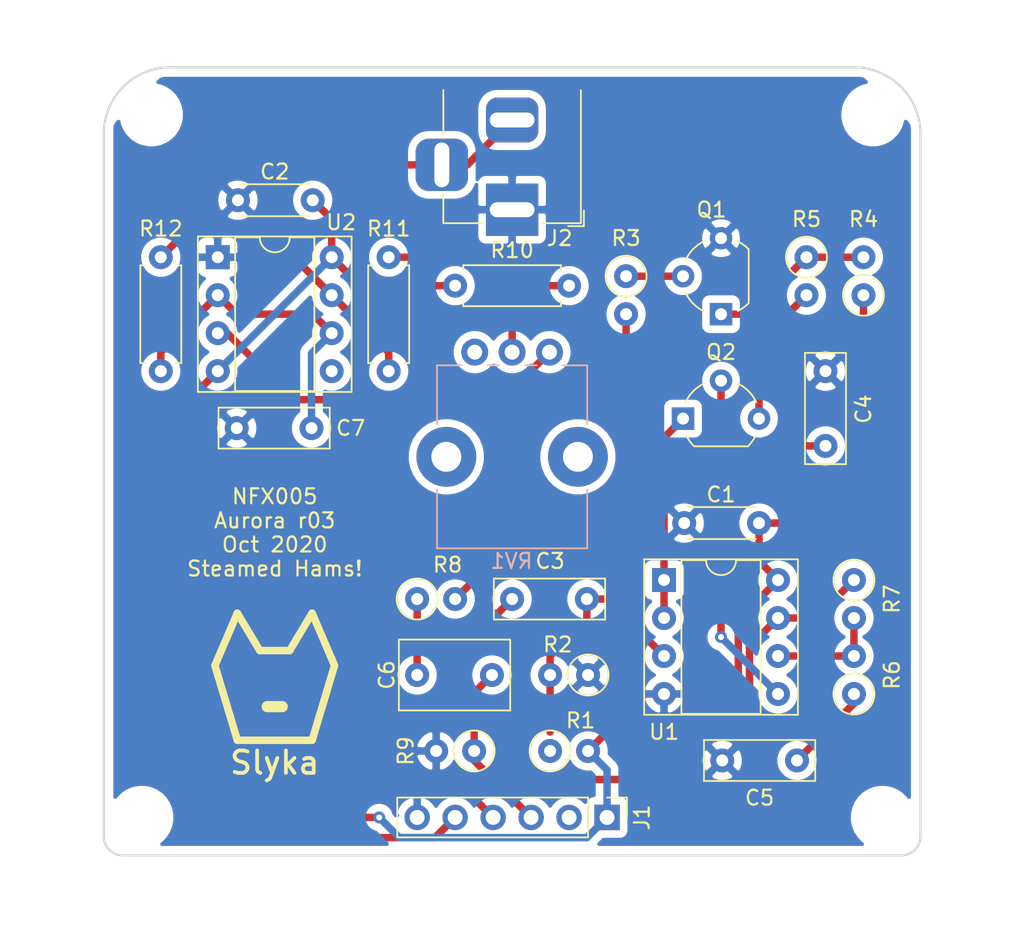
<source format=kicad_pcb>
(kicad_pcb (version 20171130) (host pcbnew 5.1.6)

  (general
    (thickness 1.6)
    (drawings 9)
    (tracks 115)
    (zones 0)
    (modules 31)
    (nets 20)
  )

  (page A4)
  (title_block
    (title Aurora)
    (date 2020-10-04)
    (rev r03)
    (company "Nuclear Lighthouse Studios")
    (comment 1 "CC BY-NC-SA")
  )

  (layers
    (0 F.Cu signal)
    (31 B.Cu signal)
    (36 B.SilkS user)
    (37 F.SilkS user)
    (38 B.Mask user)
    (39 F.Mask user)
    (44 Edge.Cuts user)
    (45 Margin user)
    (46 B.CrtYd user)
    (47 F.CrtYd user)
    (48 B.Fab user)
    (49 F.Fab user)
  )

  (setup
    (last_trace_width 0.5)
    (trace_clearance 0.25)
    (zone_clearance 0.508)
    (zone_45_only no)
    (trace_min 0.2)
    (via_size 0.8)
    (via_drill 0.4)
    (via_min_size 0.4)
    (via_min_drill 0.3)
    (uvia_size 0.3)
    (uvia_drill 0.1)
    (uvias_allowed no)
    (uvia_min_size 0.2)
    (uvia_min_drill 0.1)
    (edge_width 0.15)
    (segment_width 0.2)
    (pcb_text_width 0.3)
    (pcb_text_size 1.5 1.5)
    (mod_edge_width 0.15)
    (mod_text_size 1 1)
    (mod_text_width 0.15)
    (pad_size 1.524 1.524)
    (pad_drill 0.762)
    (pad_to_mask_clearance 0.051)
    (solder_mask_min_width 0.25)
    (aux_axis_origin 0 0)
    (grid_origin 115.57 73.66)
    (visible_elements FFFFFF7F)
    (pcbplotparams
      (layerselection 0x010f0_ffffffff)
      (usegerberextensions false)
      (usegerberattributes false)
      (usegerberadvancedattributes false)
      (creategerberjobfile false)
      (excludeedgelayer true)
      (linewidth 0.150000)
      (plotframeref false)
      (viasonmask false)
      (mode 1)
      (useauxorigin false)
      (hpglpennumber 1)
      (hpglpenspeed 20)
      (hpglpendiameter 15.000000)
      (psnegative false)
      (psa4output false)
      (plotreference true)
      (plotvalue true)
      (plotinvisibletext false)
      (padsonsilk false)
      (subtractmaskfromsilk false)
      (outputformat 1)
      (mirror false)
      (drillshape 0)
      (scaleselection 1)
      (outputdirectory "gerber/"))
  )

  (net 0 "")
  (net 1 GND)
  (net 2 +9V)
  (net 3 Input)
  (net 4 Output)
  (net 5 +9VA)
  (net 6 "Net-(C3-Pad1)")
  (net 7 "Net-(C4-Pad1)")
  (net 8 "Net-(C5-Pad1)")
  (net 9 "Net-(C6-Pad2)")
  (net 10 "Net-(C7-Pad1)")
  (net 11 "Net-(Q1-Pad1)")
  (net 12 "Net-(Q1-Pad2)")
  (net 13 "Net-(Q2-Pad1)")
  (net 14 "Net-(Q2-Pad3)")
  (net 15 Clock)
  (net 16 "Net-(R6-Pad2)")
  (net 17 "Net-(R7-Pad1)")
  (net 18 "Net-(R10-Pad2)")
  (net 19 "Net-(R11-Pad1)")

  (net_class Default "This is the default net class."
    (clearance 0.25)
    (trace_width 0.5)
    (via_dia 0.8)
    (via_drill 0.4)
    (uvia_dia 0.3)
    (uvia_drill 0.1)
    (add_net +9V)
    (add_net +9VA)
    (add_net Clock)
    (add_net GND)
    (add_net Input)
    (add_net "Net-(C3-Pad1)")
    (add_net "Net-(C4-Pad1)")
    (add_net "Net-(C5-Pad1)")
    (add_net "Net-(C6-Pad2)")
    (add_net "Net-(C7-Pad1)")
    (add_net "Net-(J1-Pad2)")
    (add_net "Net-(Q1-Pad1)")
    (add_net "Net-(Q1-Pad2)")
    (add_net "Net-(Q2-Pad1)")
    (add_net "Net-(Q2-Pad3)")
    (add_net "Net-(R10-Pad2)")
    (add_net "Net-(R11-Pad1)")
    (add_net "Net-(R6-Pad2)")
    (add_net "Net-(R7-Pad1)")
    (add_net "Net-(RV1-Pad3)")
    (add_net "Net-(U2-Pad5)")
    (add_net Output)
  )

  (module Resistor_THT:R_Axial_DIN0207_L6.3mm_D2.5mm_P2.54mm_Vertical (layer F.Cu) (tedit 5AE5139B) (tstamp 5F7A24E8)
    (at 113.03 99.06 180)
    (descr "Resistor, Axial_DIN0207 series, Axial, Vertical, pin pitch=2.54mm, 0.25W = 1/4W, length*diameter=6.3*2.5mm^2, http://cdn-reichelt.de/documents/datenblatt/B400/1_4W%23YAG.pdf")
    (tags "Resistor Axial_DIN0207 series Axial Vertical pin pitch 2.54mm 0.25W = 1/4W length 6.3mm diameter 2.5mm")
    (path /5F0A905F)
    (fp_text reference R9 (at 4.572 0 90) (layer F.SilkS)
      (effects (font (size 1 1) (thickness 0.15)))
    )
    (fp_text value 1M (at 1.27 2.37) (layer F.Fab)
      (effects (font (size 1 1) (thickness 0.15)))
    )
    (fp_text user %R (at 1.27 -2.37) (layer F.Fab)
      (effects (font (size 1 1) (thickness 0.15)))
    )
    (fp_circle (center 0 0) (end 1.25 0) (layer F.Fab) (width 0.1))
    (fp_circle (center 0 0) (end 1.37 0) (layer F.SilkS) (width 0.12))
    (fp_line (start 0 0) (end 2.54 0) (layer F.Fab) (width 0.1))
    (fp_line (start 1.37 0) (end 1.44 0) (layer F.SilkS) (width 0.12))
    (fp_line (start -1.5 -1.5) (end -1.5 1.5) (layer F.CrtYd) (width 0.05))
    (fp_line (start -1.5 1.5) (end 3.59 1.5) (layer F.CrtYd) (width 0.05))
    (fp_line (start 3.59 1.5) (end 3.59 -1.5) (layer F.CrtYd) (width 0.05))
    (fp_line (start 3.59 -1.5) (end -1.5 -1.5) (layer F.CrtYd) (width 0.05))
    (pad 2 thru_hole oval (at 2.54 0 180) (size 1.6 1.6) (drill 0.8) (layers *.Cu *.Mask)
      (net 1 GND))
    (pad 1 thru_hole circle (at 0 0 180) (size 1.6 1.6) (drill 0.8) (layers *.Cu *.Mask)
      (net 4 Output))
    (model ${KISYS3DMOD}/Resistor_THT.3dshapes/R_Axial_DIN0207_L6.3mm_D2.5mm_P2.54mm_Vertical.wrl
      (at (xyz 0 0 0))
      (scale (xyz 1 1 1))
      (rotate (xyz 0 0 0))
    )
  )

  (module logos:foxlogo locked (layer F.Cu) (tedit 5B029788) (tstamp 5EE67EE7)
    (at 99.695 93.345)
    (fp_text reference REF** (at 0 8.75) (layer F.SilkS) hide
      (effects (font (size 1 1) (thickness 0.15)))
    )
    (fp_text value foxlogo (at 0 -4.75) (layer F.Fab)
      (effects (font (size 1 1) (thickness 0.15)))
    )
    (fp_line (start -0.5 2.75) (end 0.5 2.75) (layer F.SilkS) (width 0.75))
    (fp_line (start 2.5 5) (end 4 0) (layer F.SilkS) (width 0.5))
    (fp_line (start -2.5 5) (end 2.5 5) (layer F.SilkS) (width 0.5))
    (fp_line (start -4 0) (end -2.5 5) (layer F.SilkS) (width 0.5))
    (fp_line (start 2.5 -3.5) (end 4 0) (layer F.SilkS) (width 0.5))
    (fp_line (start 1 -1) (end 2.5 -3.5) (layer F.SilkS) (width 0.5))
    (fp_line (start -1 -1) (end 1 -1) (layer F.SilkS) (width 0.5))
    (fp_line (start -2.5 -3.5) (end -4 0) (layer F.SilkS) (width 0.5))
    (fp_line (start -1 -1) (end -2.5 -3.5) (layer F.SilkS) (width 0.5))
    (fp_line (start -1.75 0) (end -0.75 0.75) (layer F.Mask) (width 0.4))
    (fp_line (start -2.75 0.75) (end -1.75 0) (layer F.Mask) (width 0.4))
    (fp_line (start 1.75 0) (end 2.75 0.75) (layer F.Mask) (width 0.4))
    (fp_line (start 0.75 0.75) (end 1.75 0) (layer F.Mask) (width 0.4))
    (fp_line (start -2.75 0.75) (end -1.75 0) (layer F.Cu) (width 0.5))
    (fp_line (start -1.75 0) (end -0.75 0.75) (layer F.Cu) (width 0.5))
    (fp_line (start 0.75 0.75) (end 1.75 0) (layer F.Cu) (width 0.5))
    (fp_line (start 1.75 0) (end 2.75 0.75) (layer F.Cu) (width 0.5))
    (fp_text user Slyka (at 0 6.5) (layer F.SilkS)
      (effects (font (size 1.5 1.5) (thickness 0.25)))
    )
  )

  (module Resistor_THT:R_Axial_DIN0207_L6.3mm_D2.5mm_P7.62mm_Horizontal (layer F.Cu) (tedit 5AE5139B) (tstamp 5EE61CD2)
    (at 92.075 73.66 90)
    (descr "Resistor, Axial_DIN0207 series, Axial, Horizontal, pin pitch=7.62mm, 0.25W = 1/4W, length*diameter=6.3*2.5mm^2, http://cdn-reichelt.de/documents/datenblatt/B400/1_4W%23YAG.pdf")
    (tags "Resistor Axial_DIN0207 series Axial Horizontal pin pitch 7.62mm 0.25W = 1/4W length 6.3mm diameter 2.5mm")
    (path /5F011D01)
    (fp_text reference R12 (at 9.525 0 180) (layer F.SilkS)
      (effects (font (size 1 1) (thickness 0.15)))
    )
    (fp_text value 100 (at 3.81 2.37 90) (layer F.Fab)
      (effects (font (size 1 1) (thickness 0.15)))
    )
    (fp_line (start 8.67 -1.5) (end -1.05 -1.5) (layer F.CrtYd) (width 0.05))
    (fp_line (start 8.67 1.5) (end 8.67 -1.5) (layer F.CrtYd) (width 0.05))
    (fp_line (start -1.05 1.5) (end 8.67 1.5) (layer F.CrtYd) (width 0.05))
    (fp_line (start -1.05 -1.5) (end -1.05 1.5) (layer F.CrtYd) (width 0.05))
    (fp_line (start 7.08 1.37) (end 7.08 1.04) (layer F.SilkS) (width 0.12))
    (fp_line (start 0.54 1.37) (end 7.08 1.37) (layer F.SilkS) (width 0.12))
    (fp_line (start 0.54 1.04) (end 0.54 1.37) (layer F.SilkS) (width 0.12))
    (fp_line (start 7.08 -1.37) (end 7.08 -1.04) (layer F.SilkS) (width 0.12))
    (fp_line (start 0.54 -1.37) (end 7.08 -1.37) (layer F.SilkS) (width 0.12))
    (fp_line (start 0.54 -1.04) (end 0.54 -1.37) (layer F.SilkS) (width 0.12))
    (fp_line (start 7.62 0) (end 6.96 0) (layer F.Fab) (width 0.1))
    (fp_line (start 0 0) (end 0.66 0) (layer F.Fab) (width 0.1))
    (fp_line (start 6.96 -1.25) (end 0.66 -1.25) (layer F.Fab) (width 0.1))
    (fp_line (start 6.96 1.25) (end 6.96 -1.25) (layer F.Fab) (width 0.1))
    (fp_line (start 0.66 1.25) (end 6.96 1.25) (layer F.Fab) (width 0.1))
    (fp_line (start 0.66 -1.25) (end 0.66 1.25) (layer F.Fab) (width 0.1))
    (fp_text user %R (at 3.81 0 90) (layer F.Fab)
      (effects (font (size 1 1) (thickness 0.15)))
    )
    (pad 2 thru_hole oval (at 7.62 0 90) (size 1.6 1.6) (drill 0.8) (layers *.Cu *.Mask)
      (net 19 "Net-(R11-Pad1)"))
    (pad 1 thru_hole circle (at 0 0 90) (size 1.6 1.6) (drill 0.8) (layers *.Cu *.Mask)
      (net 10 "Net-(C7-Pad1)"))
    (model ${KISYS3DMOD}/Resistor_THT.3dshapes/R_Axial_DIN0207_L6.3mm_D2.5mm_P7.62mm_Horizontal.wrl
      (at (xyz 0 0 0))
      (scale (xyz 1 1 1))
      (rotate (xyz 0 0 0))
    )
  )

  (module Resistor_THT:R_Axial_DIN0207_L6.3mm_D2.5mm_P7.62mm_Horizontal (layer F.Cu) (tedit 5AE5139B) (tstamp 5EE61C42)
    (at 107.315 73.66 90)
    (descr "Resistor, Axial_DIN0207 series, Axial, Horizontal, pin pitch=7.62mm, 0.25W = 1/4W, length*diameter=6.3*2.5mm^2, http://cdn-reichelt.de/documents/datenblatt/B400/1_4W%23YAG.pdf")
    (tags "Resistor Axial_DIN0207 series Axial Horizontal pin pitch 7.62mm 0.25W = 1/4W length 6.3mm diameter 2.5mm")
    (path /5F011CCA)
    (fp_text reference R11 (at 9.525 0 180) (layer F.SilkS)
      (effects (font (size 1 1) (thickness 0.15)))
    )
    (fp_text value 1k (at 3.81 2.37 90) (layer F.Fab)
      (effects (font (size 1 1) (thickness 0.15)))
    )
    (fp_line (start 8.67 -1.5) (end -1.05 -1.5) (layer F.CrtYd) (width 0.05))
    (fp_line (start 8.67 1.5) (end 8.67 -1.5) (layer F.CrtYd) (width 0.05))
    (fp_line (start -1.05 1.5) (end 8.67 1.5) (layer F.CrtYd) (width 0.05))
    (fp_line (start -1.05 -1.5) (end -1.05 1.5) (layer F.CrtYd) (width 0.05))
    (fp_line (start 7.08 1.37) (end 7.08 1.04) (layer F.SilkS) (width 0.12))
    (fp_line (start 0.54 1.37) (end 7.08 1.37) (layer F.SilkS) (width 0.12))
    (fp_line (start 0.54 1.04) (end 0.54 1.37) (layer F.SilkS) (width 0.12))
    (fp_line (start 7.08 -1.37) (end 7.08 -1.04) (layer F.SilkS) (width 0.12))
    (fp_line (start 0.54 -1.37) (end 7.08 -1.37) (layer F.SilkS) (width 0.12))
    (fp_line (start 0.54 -1.04) (end 0.54 -1.37) (layer F.SilkS) (width 0.12))
    (fp_line (start 7.62 0) (end 6.96 0) (layer F.Fab) (width 0.1))
    (fp_line (start 0 0) (end 0.66 0) (layer F.Fab) (width 0.1))
    (fp_line (start 6.96 -1.25) (end 0.66 -1.25) (layer F.Fab) (width 0.1))
    (fp_line (start 6.96 1.25) (end 6.96 -1.25) (layer F.Fab) (width 0.1))
    (fp_line (start 0.66 1.25) (end 6.96 1.25) (layer F.Fab) (width 0.1))
    (fp_line (start 0.66 -1.25) (end 0.66 1.25) (layer F.Fab) (width 0.1))
    (fp_text user %R (at 3.81 0 90) (layer F.Fab)
      (effects (font (size 1 1) (thickness 0.15)))
    )
    (pad 2 thru_hole oval (at 7.62 0 90) (size 1.6 1.6) (drill 0.8) (layers *.Cu *.Mask)
      (net 18 "Net-(R10-Pad2)"))
    (pad 1 thru_hole circle (at 0 0 90) (size 1.6 1.6) (drill 0.8) (layers *.Cu *.Mask)
      (net 19 "Net-(R11-Pad1)"))
    (model ${KISYS3DMOD}/Resistor_THT.3dshapes/R_Axial_DIN0207_L6.3mm_D2.5mm_P7.62mm_Horizontal.wrl
      (at (xyz 0 0 0))
      (scale (xyz 1 1 1))
      (rotate (xyz 0 0 0))
    )
  )

  (module Resistor_THT:R_Axial_DIN0207_L6.3mm_D2.5mm_P7.62mm_Horizontal (layer F.Cu) (tedit 5AE5139B) (tstamp 5D6A5C2E)
    (at 111.76 67.945)
    (descr "Resistor, Axial_DIN0207 series, Axial, Horizontal, pin pitch=7.62mm, 0.25W = 1/4W, length*diameter=6.3*2.5mm^2, http://cdn-reichelt.de/documents/datenblatt/B400/1_4W%23YAG.pdf")
    (tags "Resistor Axial_DIN0207 series Axial Horizontal pin pitch 7.62mm 0.25W = 1/4W length 6.3mm diameter 2.5mm")
    (path /5F011CD0)
    (fp_text reference R10 (at 3.81 -2.37) (layer F.SilkS)
      (effects (font (size 1 1) (thickness 0.15)))
    )
    (fp_text value 47k (at 3.81 2.37) (layer F.Fab)
      (effects (font (size 1 1) (thickness 0.15)))
    )
    (fp_line (start 8.67 -1.5) (end -1.05 -1.5) (layer F.CrtYd) (width 0.05))
    (fp_line (start 8.67 1.5) (end 8.67 -1.5) (layer F.CrtYd) (width 0.05))
    (fp_line (start -1.05 1.5) (end 8.67 1.5) (layer F.CrtYd) (width 0.05))
    (fp_line (start -1.05 -1.5) (end -1.05 1.5) (layer F.CrtYd) (width 0.05))
    (fp_line (start 7.08 1.37) (end 7.08 1.04) (layer F.SilkS) (width 0.12))
    (fp_line (start 0.54 1.37) (end 7.08 1.37) (layer F.SilkS) (width 0.12))
    (fp_line (start 0.54 1.04) (end 0.54 1.37) (layer F.SilkS) (width 0.12))
    (fp_line (start 7.08 -1.37) (end 7.08 -1.04) (layer F.SilkS) (width 0.12))
    (fp_line (start 0.54 -1.37) (end 7.08 -1.37) (layer F.SilkS) (width 0.12))
    (fp_line (start 0.54 -1.04) (end 0.54 -1.37) (layer F.SilkS) (width 0.12))
    (fp_line (start 7.62 0) (end 6.96 0) (layer F.Fab) (width 0.1))
    (fp_line (start 0 0) (end 0.66 0) (layer F.Fab) (width 0.1))
    (fp_line (start 6.96 -1.25) (end 0.66 -1.25) (layer F.Fab) (width 0.1))
    (fp_line (start 6.96 1.25) (end 6.96 -1.25) (layer F.Fab) (width 0.1))
    (fp_line (start 0.66 1.25) (end 6.96 1.25) (layer F.Fab) (width 0.1))
    (fp_line (start 0.66 -1.25) (end 0.66 1.25) (layer F.Fab) (width 0.1))
    (fp_text user %R (at 3.81 0) (layer F.Fab)
      (effects (font (size 1 1) (thickness 0.15)))
    )
    (pad 2 thru_hole oval (at 7.62 0) (size 1.6 1.6) (drill 0.8) (layers *.Cu *.Mask)
      (net 18 "Net-(R10-Pad2)"))
    (pad 1 thru_hole circle (at 0 0) (size 1.6 1.6) (drill 0.8) (layers *.Cu *.Mask)
      (net 5 +9VA))
    (model ${KISYS3DMOD}/Resistor_THT.3dshapes/R_Axial_DIN0207_L6.3mm_D2.5mm_P7.62mm_Horizontal.wrl
      (at (xyz 0 0 0))
      (scale (xyz 1 1 1))
      (rotate (xyz 0 0 0))
    )
  )

  (module Package_DIP:DIP-8_W7.62mm_Socket (layer F.Cu) (tedit 5A02E8C5) (tstamp 5EE61D27)
    (at 95.885 66.04)
    (descr "8-lead though-hole mounted DIP package, row spacing 7.62 mm (300 mils), Socket")
    (tags "THT DIP DIL PDIP 2.54mm 7.62mm 300mil Socket")
    (path /5F011CA2)
    (fp_text reference U2 (at 8.255 -2.33) (layer F.SilkS)
      (effects (font (size 1 1) (thickness 0.15)))
    )
    (fp_text value NE555P (at 3.81 9.95) (layer F.Fab)
      (effects (font (size 1 1) (thickness 0.15)))
    )
    (fp_line (start 9.15 -1.6) (end -1.55 -1.6) (layer F.CrtYd) (width 0.05))
    (fp_line (start 9.15 9.2) (end 9.15 -1.6) (layer F.CrtYd) (width 0.05))
    (fp_line (start -1.55 9.2) (end 9.15 9.2) (layer F.CrtYd) (width 0.05))
    (fp_line (start -1.55 -1.6) (end -1.55 9.2) (layer F.CrtYd) (width 0.05))
    (fp_line (start 8.95 -1.39) (end -1.33 -1.39) (layer F.SilkS) (width 0.12))
    (fp_line (start 8.95 9.01) (end 8.95 -1.39) (layer F.SilkS) (width 0.12))
    (fp_line (start -1.33 9.01) (end 8.95 9.01) (layer F.SilkS) (width 0.12))
    (fp_line (start -1.33 -1.39) (end -1.33 9.01) (layer F.SilkS) (width 0.12))
    (fp_line (start 6.46 -1.33) (end 4.81 -1.33) (layer F.SilkS) (width 0.12))
    (fp_line (start 6.46 8.95) (end 6.46 -1.33) (layer F.SilkS) (width 0.12))
    (fp_line (start 1.16 8.95) (end 6.46 8.95) (layer F.SilkS) (width 0.12))
    (fp_line (start 1.16 -1.33) (end 1.16 8.95) (layer F.SilkS) (width 0.12))
    (fp_line (start 2.81 -1.33) (end 1.16 -1.33) (layer F.SilkS) (width 0.12))
    (fp_line (start 8.89 -1.33) (end -1.27 -1.33) (layer F.Fab) (width 0.1))
    (fp_line (start 8.89 8.95) (end 8.89 -1.33) (layer F.Fab) (width 0.1))
    (fp_line (start -1.27 8.95) (end 8.89 8.95) (layer F.Fab) (width 0.1))
    (fp_line (start -1.27 -1.33) (end -1.27 8.95) (layer F.Fab) (width 0.1))
    (fp_line (start 0.635 -0.27) (end 1.635 -1.27) (layer F.Fab) (width 0.1))
    (fp_line (start 0.635 8.89) (end 0.635 -0.27) (layer F.Fab) (width 0.1))
    (fp_line (start 6.985 8.89) (end 0.635 8.89) (layer F.Fab) (width 0.1))
    (fp_line (start 6.985 -1.27) (end 6.985 8.89) (layer F.Fab) (width 0.1))
    (fp_line (start 1.635 -1.27) (end 6.985 -1.27) (layer F.Fab) (width 0.1))
    (fp_text user %R (at 3.81 3.81) (layer F.Fab)
      (effects (font (size 1 1) (thickness 0.15)))
    )
    (fp_arc (start 3.81 -1.33) (end 2.81 -1.33) (angle -180) (layer F.SilkS) (width 0.12))
    (pad 8 thru_hole oval (at 7.62 0) (size 1.6 1.6) (drill 0.8) (layers *.Cu *.Mask)
      (net 5 +9VA))
    (pad 4 thru_hole oval (at 0 7.62) (size 1.6 1.6) (drill 0.8) (layers *.Cu *.Mask)
      (net 5 +9VA))
    (pad 7 thru_hole oval (at 7.62 2.54) (size 1.6 1.6) (drill 0.8) (layers *.Cu *.Mask)
      (net 19 "Net-(R11-Pad1)"))
    (pad 3 thru_hole oval (at 0 5.08) (size 1.6 1.6) (drill 0.8) (layers *.Cu *.Mask)
      (net 15 Clock))
    (pad 6 thru_hole oval (at 7.62 5.08) (size 1.6 1.6) (drill 0.8) (layers *.Cu *.Mask)
      (net 10 "Net-(C7-Pad1)"))
    (pad 2 thru_hole oval (at 0 2.54) (size 1.6 1.6) (drill 0.8) (layers *.Cu *.Mask)
      (net 10 "Net-(C7-Pad1)"))
    (pad 5 thru_hole oval (at 7.62 7.62) (size 1.6 1.6) (drill 0.8) (layers *.Cu *.Mask))
    (pad 1 thru_hole rect (at 0 0) (size 1.6 1.6) (drill 0.8) (layers *.Cu *.Mask)
      (net 1 GND))
    (model ${KISYS3DMOD}/Package_DIP.3dshapes/DIP-8_W7.62mm_Socket.wrl
      (at (xyz 0 0 0))
      (scale (xyz 1 1 1))
      (rotate (xyz 0 0 0))
    )
  )

  (module Package_DIP:DIP-8_W7.62mm_Socket (layer F.Cu) (tedit 5A02E8C5) (tstamp 5EE55CB0)
    (at 125.73 87.63)
    (descr "8-lead though-hole mounted DIP package, row spacing 7.62 mm (300 mils), Socket")
    (tags "THT DIP DIL PDIP 2.54mm 7.62mm 300mil Socket")
    (path /5EFB34F7)
    (fp_text reference U1 (at 0 10.16) (layer F.SilkS)
      (effects (font (size 1 1) (thickness 0.15)))
    )
    (fp_text value TL072 (at 3.81 9.95) (layer F.Fab)
      (effects (font (size 1 1) (thickness 0.15)))
    )
    (fp_line (start 9.15 -1.6) (end -1.55 -1.6) (layer F.CrtYd) (width 0.05))
    (fp_line (start 9.15 9.2) (end 9.15 -1.6) (layer F.CrtYd) (width 0.05))
    (fp_line (start -1.55 9.2) (end 9.15 9.2) (layer F.CrtYd) (width 0.05))
    (fp_line (start -1.55 -1.6) (end -1.55 9.2) (layer F.CrtYd) (width 0.05))
    (fp_line (start 8.95 -1.39) (end -1.33 -1.39) (layer F.SilkS) (width 0.12))
    (fp_line (start 8.95 9.01) (end 8.95 -1.39) (layer F.SilkS) (width 0.12))
    (fp_line (start -1.33 9.01) (end 8.95 9.01) (layer F.SilkS) (width 0.12))
    (fp_line (start -1.33 -1.39) (end -1.33 9.01) (layer F.SilkS) (width 0.12))
    (fp_line (start 6.46 -1.33) (end 4.81 -1.33) (layer F.SilkS) (width 0.12))
    (fp_line (start 6.46 8.95) (end 6.46 -1.33) (layer F.SilkS) (width 0.12))
    (fp_line (start 1.16 8.95) (end 6.46 8.95) (layer F.SilkS) (width 0.12))
    (fp_line (start 1.16 -1.33) (end 1.16 8.95) (layer F.SilkS) (width 0.12))
    (fp_line (start 2.81 -1.33) (end 1.16 -1.33) (layer F.SilkS) (width 0.12))
    (fp_line (start 8.89 -1.33) (end -1.27 -1.33) (layer F.Fab) (width 0.1))
    (fp_line (start 8.89 8.95) (end 8.89 -1.33) (layer F.Fab) (width 0.1))
    (fp_line (start -1.27 8.95) (end 8.89 8.95) (layer F.Fab) (width 0.1))
    (fp_line (start -1.27 -1.33) (end -1.27 8.95) (layer F.Fab) (width 0.1))
    (fp_line (start 0.635 -0.27) (end 1.635 -1.27) (layer F.Fab) (width 0.1))
    (fp_line (start 0.635 8.89) (end 0.635 -0.27) (layer F.Fab) (width 0.1))
    (fp_line (start 6.985 8.89) (end 0.635 8.89) (layer F.Fab) (width 0.1))
    (fp_line (start 6.985 -1.27) (end 6.985 8.89) (layer F.Fab) (width 0.1))
    (fp_line (start 1.635 -1.27) (end 6.985 -1.27) (layer F.Fab) (width 0.1))
    (fp_text user %R (at 3.81 3.81) (layer F.Fab)
      (effects (font (size 1 1) (thickness 0.15)))
    )
    (fp_arc (start 3.81 -1.33) (end 2.81 -1.33) (angle -180) (layer F.SilkS) (width 0.12))
    (pad 8 thru_hole oval (at 7.62 0) (size 1.6 1.6) (drill 0.8) (layers *.Cu *.Mask)
      (net 5 +9VA))
    (pad 4 thru_hole oval (at 0 7.62) (size 1.6 1.6) (drill 0.8) (layers *.Cu *.Mask)
      (net 1 GND))
    (pad 7 thru_hole oval (at 7.62 2.54) (size 1.6 1.6) (drill 0.8) (layers *.Cu *.Mask)
      (net 17 "Net-(R7-Pad1)"))
    (pad 3 thru_hole oval (at 0 5.08) (size 1.6 1.6) (drill 0.8) (layers *.Cu *.Mask)
      (net 6 "Net-(C3-Pad1)"))
    (pad 6 thru_hole oval (at 7.62 5.08) (size 1.6 1.6) (drill 0.8) (layers *.Cu *.Mask)
      (net 16 "Net-(R6-Pad2)"))
    (pad 2 thru_hole oval (at 0 2.54) (size 1.6 1.6) (drill 0.8) (layers *.Cu *.Mask)
      (net 13 "Net-(Q2-Pad1)"))
    (pad 5 thru_hole oval (at 7.62 7.62) (size 1.6 1.6) (drill 0.8) (layers *.Cu *.Mask)
      (net 7 "Net-(C4-Pad1)"))
    (pad 1 thru_hole rect (at 0 0) (size 1.6 1.6) (drill 0.8) (layers *.Cu *.Mask)
      (net 13 "Net-(Q2-Pad1)"))
    (model ${KISYS3DMOD}/Package_DIP.3dshapes/DIP-8_W7.62mm_Socket.wrl
      (at (xyz 0 0 0))
      (scale (xyz 1 1 1))
      (rotate (xyz 0 0 0))
    )
  )

  (module Capacitor_THT:C_Rect_L7.2mm_W2.5mm_P5.00mm_FKS2_FKP2_MKS2_MKP2 (layer F.Cu) (tedit 5AE50EF0) (tstamp 5EE61C8C)
    (at 102.155 77.47 180)
    (descr "C, Rect series, Radial, pin pitch=5.00mm, , length*width=7.2*2.5mm^2, Capacitor, http://www.wima.com/EN/WIMA_FKS_2.pdf")
    (tags "C Rect series Radial pin pitch 5.00mm  length 7.2mm width 2.5mm Capacitor")
    (path /5F011CB0)
    (fp_text reference C7 (at -2.62 0) (layer F.SilkS)
      (effects (font (size 1 1) (thickness 0.15)))
    )
    (fp_text value 47n (at 2.5 2.5) (layer F.Fab)
      (effects (font (size 1 1) (thickness 0.15)))
    )
    (fp_line (start 6.35 -1.5) (end -1.35 -1.5) (layer F.CrtYd) (width 0.05))
    (fp_line (start 6.35 1.5) (end 6.35 -1.5) (layer F.CrtYd) (width 0.05))
    (fp_line (start -1.35 1.5) (end 6.35 1.5) (layer F.CrtYd) (width 0.05))
    (fp_line (start -1.35 -1.5) (end -1.35 1.5) (layer F.CrtYd) (width 0.05))
    (fp_line (start 6.22 -1.37) (end 6.22 1.37) (layer F.SilkS) (width 0.12))
    (fp_line (start -1.22 -1.37) (end -1.22 1.37) (layer F.SilkS) (width 0.12))
    (fp_line (start -1.22 1.37) (end 6.22 1.37) (layer F.SilkS) (width 0.12))
    (fp_line (start -1.22 -1.37) (end 6.22 -1.37) (layer F.SilkS) (width 0.12))
    (fp_line (start 6.1 -1.25) (end -1.1 -1.25) (layer F.Fab) (width 0.1))
    (fp_line (start 6.1 1.25) (end 6.1 -1.25) (layer F.Fab) (width 0.1))
    (fp_line (start -1.1 1.25) (end 6.1 1.25) (layer F.Fab) (width 0.1))
    (fp_line (start -1.1 -1.25) (end -1.1 1.25) (layer F.Fab) (width 0.1))
    (fp_text user %R (at 2.5 0) (layer F.Fab)
      (effects (font (size 1 1) (thickness 0.15)))
    )
    (pad 2 thru_hole circle (at 5 0 180) (size 1.6 1.6) (drill 0.8) (layers *.Cu *.Mask)
      (net 1 GND))
    (pad 1 thru_hole circle (at 0 0 180) (size 1.6 1.6) (drill 0.8) (layers *.Cu *.Mask)
      (net 10 "Net-(C7-Pad1)"))
    (model ${KISYS3DMOD}/Capacitor_THT.3dshapes/C_Rect_L7.2mm_W2.5mm_P5.00mm_FKS2_FKP2_MKS2_MKP2.wrl
      (at (xyz 0 0 0))
      (scale (xyz 1 1 1))
      (rotate (xyz 0 0 0))
    )
  )

  (module Capacitor_THT:C_Rect_L7.2mm_W4.5mm_P5.00mm_FKS2_FKP2_MKS2_MKP2 (layer F.Cu) (tedit 5AE50EF0) (tstamp 5D2BE32A)
    (at 114.22 93.98 180)
    (descr "C, Rect series, Radial, pin pitch=5.00mm, , length*width=7.2*4.5mm^2, Capacitor, http://www.wima.com/EN/WIMA_FKS_2.pdf")
    (tags "C Rect series Radial pin pitch 5.00mm  length 7.2mm width 4.5mm Capacitor")
    (path /5F011C62)
    (fp_text reference C6 (at 7.032 0 90) (layer F.SilkS)
      (effects (font (size 1 1) (thickness 0.15)))
    )
    (fp_text value 1µ (at 2.5 3.5) (layer F.Fab)
      (effects (font (size 1 1) (thickness 0.15)))
    )
    (fp_line (start 6.35 -2.5) (end -1.35 -2.5) (layer F.CrtYd) (width 0.05))
    (fp_line (start 6.35 2.5) (end 6.35 -2.5) (layer F.CrtYd) (width 0.05))
    (fp_line (start -1.35 2.5) (end 6.35 2.5) (layer F.CrtYd) (width 0.05))
    (fp_line (start -1.35 -2.5) (end -1.35 2.5) (layer F.CrtYd) (width 0.05))
    (fp_line (start 6.22 -2.37) (end 6.22 2.37) (layer F.SilkS) (width 0.12))
    (fp_line (start -1.22 -2.37) (end -1.22 2.37) (layer F.SilkS) (width 0.12))
    (fp_line (start -1.22 2.37) (end 6.22 2.37) (layer F.SilkS) (width 0.12))
    (fp_line (start -1.22 -2.37) (end 6.22 -2.37) (layer F.SilkS) (width 0.12))
    (fp_line (start 6.1 -2.25) (end -1.1 -2.25) (layer F.Fab) (width 0.1))
    (fp_line (start 6.1 2.25) (end 6.1 -2.25) (layer F.Fab) (width 0.1))
    (fp_line (start -1.1 2.25) (end 6.1 2.25) (layer F.Fab) (width 0.1))
    (fp_line (start -1.1 -2.25) (end -1.1 2.25) (layer F.Fab) (width 0.1))
    (fp_text user %R (at 2.5 0) (layer F.Fab)
      (effects (font (size 1 1) (thickness 0.15)))
    )
    (pad 2 thru_hole circle (at 5 0 180) (size 1.6 1.6) (drill 0.8) (layers *.Cu *.Mask)
      (net 9 "Net-(C6-Pad2)"))
    (pad 1 thru_hole circle (at 0 0 180) (size 1.6 1.6) (drill 0.8) (layers *.Cu *.Mask)
      (net 4 Output))
    (model ${KISYS3DMOD}/Capacitor_THT.3dshapes/C_Rect_L7.2mm_W4.5mm_P5.00mm_FKS2_FKP2_MKS2_MKP2.wrl
      (at (xyz 0 0 0))
      (scale (xyz 1 1 1))
      (rotate (xyz 0 0 0))
    )
  )

  (module Capacitor_THT:C_Rect_L7.2mm_W2.5mm_P5.00mm_FKS2_FKP2_MKS2_MKP2 (layer F.Cu) (tedit 5AE50EF0) (tstamp 5D6A59E3)
    (at 136.525 78.66 90)
    (descr "C, Rect series, Radial, pin pitch=5.00mm, , length*width=7.2*2.5mm^2, Capacitor, http://www.wima.com/EN/WIMA_FKS_2.pdf")
    (tags "C Rect series Radial pin pitch 5.00mm  length 7.2mm width 2.5mm Capacitor")
    (path /5F011BF9)
    (fp_text reference C4 (at 2.46 2.54 270) (layer F.SilkS)
      (effects (font (size 1 1) (thickness 0.15)))
    )
    (fp_text value 100n (at 2.5 2.5 90) (layer F.Fab)
      (effects (font (size 1 1) (thickness 0.15)))
    )
    (fp_line (start 6.35 -1.5) (end -1.35 -1.5) (layer F.CrtYd) (width 0.05))
    (fp_line (start 6.35 1.5) (end 6.35 -1.5) (layer F.CrtYd) (width 0.05))
    (fp_line (start -1.35 1.5) (end 6.35 1.5) (layer F.CrtYd) (width 0.05))
    (fp_line (start -1.35 -1.5) (end -1.35 1.5) (layer F.CrtYd) (width 0.05))
    (fp_line (start 6.22 -1.37) (end 6.22 1.37) (layer F.SilkS) (width 0.12))
    (fp_line (start -1.22 -1.37) (end -1.22 1.37) (layer F.SilkS) (width 0.12))
    (fp_line (start -1.22 1.37) (end 6.22 1.37) (layer F.SilkS) (width 0.12))
    (fp_line (start -1.22 -1.37) (end 6.22 -1.37) (layer F.SilkS) (width 0.12))
    (fp_line (start 6.1 -1.25) (end -1.1 -1.25) (layer F.Fab) (width 0.1))
    (fp_line (start 6.1 1.25) (end 6.1 -1.25) (layer F.Fab) (width 0.1))
    (fp_line (start -1.1 1.25) (end 6.1 1.25) (layer F.Fab) (width 0.1))
    (fp_line (start -1.1 -1.25) (end -1.1 1.25) (layer F.Fab) (width 0.1))
    (fp_text user %R (at 2.5 0 90) (layer F.Fab)
      (effects (font (size 1 1) (thickness 0.15)))
    )
    (pad 2 thru_hole circle (at 5 0 90) (size 1.6 1.6) (drill 0.8) (layers *.Cu *.Mask)
      (net 1 GND))
    (pad 1 thru_hole circle (at 0 0 90) (size 1.6 1.6) (drill 0.8) (layers *.Cu *.Mask)
      (net 7 "Net-(C4-Pad1)"))
    (model ${KISYS3DMOD}/Capacitor_THT.3dshapes/C_Rect_L7.2mm_W2.5mm_P5.00mm_FKS2_FKP2_MKS2_MKP2.wrl
      (at (xyz 0 0 0))
      (scale (xyz 1 1 1))
      (rotate (xyz 0 0 0))
    )
  )

  (module Capacitor_THT:C_Disc_D4.3mm_W1.9mm_P5.00mm (layer F.Cu) (tedit 5AE50EF0) (tstamp 5EE61D81)
    (at 102.235 62.23 180)
    (descr "C, Disc series, Radial, pin pitch=5.00mm, , diameter*width=4.3*1.9mm^2, Capacitor, http://www.vishay.com/docs/45233/krseries.pdf")
    (tags "C Disc series Radial pin pitch 5.00mm  diameter 4.3mm width 1.9mm Capacitor")
    (path /5EFC7E06)
    (fp_text reference C2 (at 2.54 1.905) (layer F.SilkS)
      (effects (font (size 1 1) (thickness 0.15)))
    )
    (fp_text value 100n (at 2.5 2.2) (layer F.Fab)
      (effects (font (size 1 1) (thickness 0.15)))
    )
    (fp_line (start 6.05 -1.2) (end -1.05 -1.2) (layer F.CrtYd) (width 0.05))
    (fp_line (start 6.05 1.2) (end 6.05 -1.2) (layer F.CrtYd) (width 0.05))
    (fp_line (start -1.05 1.2) (end 6.05 1.2) (layer F.CrtYd) (width 0.05))
    (fp_line (start -1.05 -1.2) (end -1.05 1.2) (layer F.CrtYd) (width 0.05))
    (fp_line (start 4.77 1.055) (end 4.77 1.07) (layer F.SilkS) (width 0.12))
    (fp_line (start 4.77 -1.07) (end 4.77 -1.055) (layer F.SilkS) (width 0.12))
    (fp_line (start 0.23 1.055) (end 0.23 1.07) (layer F.SilkS) (width 0.12))
    (fp_line (start 0.23 -1.07) (end 0.23 -1.055) (layer F.SilkS) (width 0.12))
    (fp_line (start 0.23 1.07) (end 4.77 1.07) (layer F.SilkS) (width 0.12))
    (fp_line (start 0.23 -1.07) (end 4.77 -1.07) (layer F.SilkS) (width 0.12))
    (fp_line (start 4.65 -0.95) (end 0.35 -0.95) (layer F.Fab) (width 0.1))
    (fp_line (start 4.65 0.95) (end 4.65 -0.95) (layer F.Fab) (width 0.1))
    (fp_line (start 0.35 0.95) (end 4.65 0.95) (layer F.Fab) (width 0.1))
    (fp_line (start 0.35 -0.95) (end 0.35 0.95) (layer F.Fab) (width 0.1))
    (fp_text user %R (at 2.5 0) (layer F.Fab)
      (effects (font (size 0.86 0.86) (thickness 0.129)))
    )
    (pad 2 thru_hole circle (at 5 0 180) (size 1.6 1.6) (drill 0.8) (layers *.Cu *.Mask)
      (net 1 GND))
    (pad 1 thru_hole circle (at 0 0 180) (size 1.6 1.6) (drill 0.8) (layers *.Cu *.Mask)
      (net 5 +9VA))
    (model ${KISYS3DMOD}/Capacitor_THT.3dshapes/C_Disc_D4.3mm_W1.9mm_P5.00mm.wrl
      (at (xyz 0 0 0))
      (scale (xyz 1 1 1))
      (rotate (xyz 0 0 0))
    )
  )

  (module Capacitor_THT:C_Disc_D4.3mm_W1.9mm_P5.00mm (layer F.Cu) (tedit 5AE50EF0) (tstamp 5D2BA869)
    (at 132.08 83.82 180)
    (descr "C, Disc series, Radial, pin pitch=5.00mm, , diameter*width=4.3*1.9mm^2, Capacitor, http://www.vishay.com/docs/45233/krseries.pdf")
    (tags "C Disc series Radial pin pitch 5.00mm  diameter 4.3mm width 1.9mm Capacitor")
    (path /5EFF463B)
    (fp_text reference C1 (at 2.54 1.905) (layer F.SilkS)
      (effects (font (size 1 1) (thickness 0.15)))
    )
    (fp_text value 100n (at 2.5 2.2) (layer F.Fab)
      (effects (font (size 1 1) (thickness 0.15)))
    )
    (fp_line (start 6.05 -1.2) (end -1.05 -1.2) (layer F.CrtYd) (width 0.05))
    (fp_line (start 6.05 1.2) (end 6.05 -1.2) (layer F.CrtYd) (width 0.05))
    (fp_line (start -1.05 1.2) (end 6.05 1.2) (layer F.CrtYd) (width 0.05))
    (fp_line (start -1.05 -1.2) (end -1.05 1.2) (layer F.CrtYd) (width 0.05))
    (fp_line (start 4.77 1.055) (end 4.77 1.07) (layer F.SilkS) (width 0.12))
    (fp_line (start 4.77 -1.07) (end 4.77 -1.055) (layer F.SilkS) (width 0.12))
    (fp_line (start 0.23 1.055) (end 0.23 1.07) (layer F.SilkS) (width 0.12))
    (fp_line (start 0.23 -1.07) (end 0.23 -1.055) (layer F.SilkS) (width 0.12))
    (fp_line (start 0.23 1.07) (end 4.77 1.07) (layer F.SilkS) (width 0.12))
    (fp_line (start 0.23 -1.07) (end 4.77 -1.07) (layer F.SilkS) (width 0.12))
    (fp_line (start 4.65 -0.95) (end 0.35 -0.95) (layer F.Fab) (width 0.1))
    (fp_line (start 4.65 0.95) (end 4.65 -0.95) (layer F.Fab) (width 0.1))
    (fp_line (start 0.35 0.95) (end 4.65 0.95) (layer F.Fab) (width 0.1))
    (fp_line (start 0.35 -0.95) (end 0.35 0.95) (layer F.Fab) (width 0.1))
    (fp_text user %R (at 2.5 0) (layer F.Fab)
      (effects (font (size 0.86 0.86) (thickness 0.129)))
    )
    (pad 2 thru_hole circle (at 5 0 180) (size 1.6 1.6) (drill 0.8) (layers *.Cu *.Mask)
      (net 1 GND))
    (pad 1 thru_hole circle (at 0 0 180) (size 1.6 1.6) (drill 0.8) (layers *.Cu *.Mask)
      (net 5 +9VA))
    (model ${KISYS3DMOD}/Capacitor_THT.3dshapes/C_Disc_D4.3mm_W1.9mm_P5.00mm.wrl
      (at (xyz 0 0 0))
      (scale (xyz 1 1 1))
      (rotate (xyz 0 0 0))
    )
  )

  (module Capacitor_THT:C_Rect_L7.2mm_W2.5mm_P5.00mm_FKS2_FKP2_MKS2_MKP2 (layer F.Cu) (tedit 5AE50EF0) (tstamp 5D6A5D84)
    (at 134.62 99.695 180)
    (descr "C, Rect series, Radial, pin pitch=5.00mm, , length*width=7.2*2.5mm^2, Capacitor, http://www.wima.com/EN/WIMA_FKS_2.pdf")
    (tags "C Rect series Radial pin pitch 5.00mm  length 7.2mm width 2.5mm Capacitor")
    (path /5F011C38)
    (fp_text reference C5 (at 2.5 -2.5) (layer F.SilkS)
      (effects (font (size 1 1) (thickness 0.15)))
    )
    (fp_text value 10n (at 2.5 2.5) (layer F.Fab)
      (effects (font (size 1 1) (thickness 0.15)))
    )
    (fp_line (start -1.1 -1.25) (end -1.1 1.25) (layer F.Fab) (width 0.1))
    (fp_line (start -1.1 1.25) (end 6.1 1.25) (layer F.Fab) (width 0.1))
    (fp_line (start 6.1 1.25) (end 6.1 -1.25) (layer F.Fab) (width 0.1))
    (fp_line (start 6.1 -1.25) (end -1.1 -1.25) (layer F.Fab) (width 0.1))
    (fp_line (start -1.22 -1.37) (end 6.22 -1.37) (layer F.SilkS) (width 0.12))
    (fp_line (start -1.22 1.37) (end 6.22 1.37) (layer F.SilkS) (width 0.12))
    (fp_line (start -1.22 -1.37) (end -1.22 1.37) (layer F.SilkS) (width 0.12))
    (fp_line (start 6.22 -1.37) (end 6.22 1.37) (layer F.SilkS) (width 0.12))
    (fp_line (start -1.35 -1.5) (end -1.35 1.5) (layer F.CrtYd) (width 0.05))
    (fp_line (start -1.35 1.5) (end 6.35 1.5) (layer F.CrtYd) (width 0.05))
    (fp_line (start 6.35 1.5) (end 6.35 -1.5) (layer F.CrtYd) (width 0.05))
    (fp_line (start 6.35 -1.5) (end -1.35 -1.5) (layer F.CrtYd) (width 0.05))
    (fp_text user %R (at 2.5 0) (layer F.Fab)
      (effects (font (size 1 1) (thickness 0.15)))
    )
    (pad 1 thru_hole circle (at 0 0 180) (size 1.6 1.6) (drill 0.8) (layers *.Cu *.Mask)
      (net 8 "Net-(C5-Pad1)"))
    (pad 2 thru_hole circle (at 5 0 180) (size 1.6 1.6) (drill 0.8) (layers *.Cu *.Mask)
      (net 1 GND))
    (model ${KISYS3DMOD}/Capacitor_THT.3dshapes/C_Rect_L7.2mm_W2.5mm_P5.00mm_FKS2_FKP2_MKS2_MKP2.wrl
      (at (xyz 0 0 0))
      (scale (xyz 1 1 1))
      (rotate (xyz 0 0 0))
    )
  )

  (module Resistor_THT:R_Axial_DIN0207_L6.3mm_D2.5mm_P2.54mm_Vertical (layer F.Cu) (tedit 5AE5139B) (tstamp 5D2B8C29)
    (at 139.065 68.58 90)
    (descr "Resistor, Axial_DIN0207 series, Axial, Vertical, pin pitch=2.54mm, 0.25W = 1/4W, length*diameter=6.3*2.5mm^2, http://cdn-reichelt.de/documents/datenblatt/B400/1_4W%23YAG.pdf")
    (tags "Resistor Axial_DIN0207 series Axial Vertical pin pitch 2.54mm 0.25W = 1/4W length 6.3mm diameter 2.5mm")
    (path /5F011C90)
    (fp_text reference R4 (at 5.08 0 180) (layer F.SilkS)
      (effects (font (size 1 1) (thickness 0.15)))
    )
    (fp_text value 10k (at 1.27 2.37 90) (layer F.Fab)
      (effects (font (size 1 1) (thickness 0.15)))
    )
    (fp_line (start 3.59 -1.5) (end -1.5 -1.5) (layer F.CrtYd) (width 0.05))
    (fp_line (start 3.59 1.5) (end 3.59 -1.5) (layer F.CrtYd) (width 0.05))
    (fp_line (start -1.5 1.5) (end 3.59 1.5) (layer F.CrtYd) (width 0.05))
    (fp_line (start -1.5 -1.5) (end -1.5 1.5) (layer F.CrtYd) (width 0.05))
    (fp_line (start 1.37 0) (end 1.44 0) (layer F.SilkS) (width 0.12))
    (fp_line (start 0 0) (end 2.54 0) (layer F.Fab) (width 0.1))
    (fp_circle (center 0 0) (end 1.37 0) (layer F.SilkS) (width 0.12))
    (fp_circle (center 0 0) (end 1.25 0) (layer F.Fab) (width 0.1))
    (fp_text user %R (at 1.27 -2.37 90) (layer F.Fab)
      (effects (font (size 1 1) (thickness 0.15)))
    )
    (pad 2 thru_hole oval (at 2.54 0 90) (size 1.6 1.6) (drill 0.8) (layers *.Cu *.Mask)
      (net 11 "Net-(Q1-Pad1)"))
    (pad 1 thru_hole circle (at 0 0 90) (size 1.6 1.6) (drill 0.8) (layers *.Cu *.Mask)
      (net 5 +9VA))
    (model ${KISYS3DMOD}/Resistor_THT.3dshapes/R_Axial_DIN0207_L6.3mm_D2.5mm_P2.54mm_Vertical.wrl
      (at (xyz 0 0 0))
      (scale (xyz 1 1 1))
      (rotate (xyz 0 0 0))
    )
  )

  (module Resistor_THT:R_Axial_DIN0207_L6.3mm_D2.5mm_P2.54mm_Vertical (layer F.Cu) (tedit 5AE5139B) (tstamp 5D2BE41E)
    (at 123.19 67.31 270)
    (descr "Resistor, Axial_DIN0207 series, Axial, Vertical, pin pitch=2.54mm, 0.25W = 1/4W, length*diameter=6.3*2.5mm^2, http://cdn-reichelt.de/documents/datenblatt/B400/1_4W%23YAG.pdf")
    (tags "Resistor Axial_DIN0207 series Axial Vertical pin pitch 2.54mm 0.25W = 1/4W length 6.3mm diameter 2.5mm")
    (path /5F011CBF)
    (fp_text reference R3 (at -2.54 0 180) (layer F.SilkS)
      (effects (font (size 1 1) (thickness 0.15)))
    )
    (fp_text value 1k (at 1.27 2.37 90) (layer F.Fab)
      (effects (font (size 1 1) (thickness 0.15)))
    )
    (fp_line (start 3.59 -1.5) (end -1.5 -1.5) (layer F.CrtYd) (width 0.05))
    (fp_line (start 3.59 1.5) (end 3.59 -1.5) (layer F.CrtYd) (width 0.05))
    (fp_line (start -1.5 1.5) (end 3.59 1.5) (layer F.CrtYd) (width 0.05))
    (fp_line (start -1.5 -1.5) (end -1.5 1.5) (layer F.CrtYd) (width 0.05))
    (fp_line (start 1.37 0) (end 1.44 0) (layer F.SilkS) (width 0.12))
    (fp_line (start 0 0) (end 2.54 0) (layer F.Fab) (width 0.1))
    (fp_circle (center 0 0) (end 1.37 0) (layer F.SilkS) (width 0.12))
    (fp_circle (center 0 0) (end 1.25 0) (layer F.Fab) (width 0.1))
    (fp_text user %R (at 1.27 -2.37 90) (layer F.Fab)
      (effects (font (size 1 1) (thickness 0.15)))
    )
    (pad 2 thru_hole oval (at 2.54 0 270) (size 1.6 1.6) (drill 0.8) (layers *.Cu *.Mask)
      (net 15 Clock))
    (pad 1 thru_hole circle (at 0 0 270) (size 1.6 1.6) (drill 0.8) (layers *.Cu *.Mask)
      (net 12 "Net-(Q1-Pad2)"))
    (model ${KISYS3DMOD}/Resistor_THT.3dshapes/R_Axial_DIN0207_L6.3mm_D2.5mm_P2.54mm_Vertical.wrl
      (at (xyz 0 0 0))
      (scale (xyz 1 1 1))
      (rotate (xyz 0 0 0))
    )
  )

  (module Resistor_THT:R_Axial_DIN0207_L6.3mm_D2.5mm_P2.54mm_Vertical (layer F.Cu) (tedit 5AE5139B) (tstamp 5D6959B0)
    (at 109.22 88.9)
    (descr "Resistor, Axial_DIN0207 series, Axial, Vertical, pin pitch=2.54mm, 0.25W = 1/4W, length*diameter=6.3*2.5mm^2, http://cdn-reichelt.de/documents/datenblatt/B400/1_4W%23YAG.pdf")
    (tags "Resistor Axial_DIN0207 series Axial Vertical pin pitch 2.54mm 0.25W = 1/4W length 6.3mm diameter 2.5mm")
    (path /5F011C7C)
    (fp_text reference R8 (at 2.032 -2.286) (layer F.SilkS)
      (effects (font (size 1 1) (thickness 0.15)))
    )
    (fp_text value 1k (at 1.27 2.37) (layer F.Fab)
      (effects (font (size 1 1) (thickness 0.15)))
    )
    (fp_circle (center 0 0) (end 1.25 0) (layer F.Fab) (width 0.1))
    (fp_circle (center 0 0) (end 1.37 0) (layer F.SilkS) (width 0.12))
    (fp_line (start 0 0) (end 2.54 0) (layer F.Fab) (width 0.1))
    (fp_line (start 1.37 0) (end 1.44 0) (layer F.SilkS) (width 0.12))
    (fp_line (start -1.5 -1.5) (end -1.5 1.5) (layer F.CrtYd) (width 0.05))
    (fp_line (start -1.5 1.5) (end 3.59 1.5) (layer F.CrtYd) (width 0.05))
    (fp_line (start 3.59 1.5) (end 3.59 -1.5) (layer F.CrtYd) (width 0.05))
    (fp_line (start 3.59 -1.5) (end -1.5 -1.5) (layer F.CrtYd) (width 0.05))
    (fp_text user %R (at 1.27 -2.37) (layer F.Fab)
      (effects (font (size 1 1) (thickness 0.15)))
    )
    (pad 1 thru_hole circle (at 0 0) (size 1.6 1.6) (drill 0.8) (layers *.Cu *.Mask)
      (net 9 "Net-(C6-Pad2)"))
    (pad 2 thru_hole oval (at 2.54 0) (size 1.6 1.6) (drill 0.8) (layers *.Cu *.Mask)
      (net 17 "Net-(R7-Pad1)"))
    (model ${KISYS3DMOD}/Resistor_THT.3dshapes/R_Axial_DIN0207_L6.3mm_D2.5mm_P2.54mm_Vertical.wrl
      (at (xyz 0 0 0))
      (scale (xyz 1 1 1))
      (rotate (xyz 0 0 0))
    )
  )

  (module Resistor_THT:R_Axial_DIN0207_L6.3mm_D2.5mm_P2.54mm_Vertical (layer F.Cu) (tedit 5AE5139B) (tstamp 5D6A900D)
    (at 138.43 87.63 270)
    (descr "Resistor, Axial_DIN0207 series, Axial, Vertical, pin pitch=2.54mm, 0.25W = 1/4W, length*diameter=6.3*2.5mm^2, http://cdn-reichelt.de/documents/datenblatt/B400/1_4W%23YAG.pdf")
    (tags "Resistor Axial_DIN0207 series Axial Vertical pin pitch 2.54mm 0.25W = 1/4W length 6.3mm diameter 2.5mm")
    (path /5F011C25)
    (fp_text reference R7 (at 1.27 -2.54 90) (layer F.SilkS)
      (effects (font (size 1 1) (thickness 0.15)))
    )
    (fp_text value 100k (at 1.27 2.37 90) (layer F.Fab)
      (effects (font (size 1 1) (thickness 0.15)))
    )
    (fp_circle (center 0 0) (end 1.25 0) (layer F.Fab) (width 0.1))
    (fp_circle (center 0 0) (end 1.37 0) (layer F.SilkS) (width 0.12))
    (fp_line (start 0 0) (end 2.54 0) (layer F.Fab) (width 0.1))
    (fp_line (start 1.37 0) (end 1.44 0) (layer F.SilkS) (width 0.12))
    (fp_line (start -1.5 -1.5) (end -1.5 1.5) (layer F.CrtYd) (width 0.05))
    (fp_line (start -1.5 1.5) (end 3.59 1.5) (layer F.CrtYd) (width 0.05))
    (fp_line (start 3.59 1.5) (end 3.59 -1.5) (layer F.CrtYd) (width 0.05))
    (fp_line (start 3.59 -1.5) (end -1.5 -1.5) (layer F.CrtYd) (width 0.05))
    (fp_text user %R (at 1.27 -2.37 90) (layer F.Fab)
      (effects (font (size 1 1) (thickness 0.15)))
    )
    (pad 1 thru_hole circle (at 0 0 270) (size 1.6 1.6) (drill 0.8) (layers *.Cu *.Mask)
      (net 17 "Net-(R7-Pad1)"))
    (pad 2 thru_hole oval (at 2.54 0 270) (size 1.6 1.6) (drill 0.8) (layers *.Cu *.Mask)
      (net 16 "Net-(R6-Pad2)"))
    (model ${KISYS3DMOD}/Resistor_THT.3dshapes/R_Axial_DIN0207_L6.3mm_D2.5mm_P2.54mm_Vertical.wrl
      (at (xyz 0 0 0))
      (scale (xyz 1 1 1))
      (rotate (xyz 0 0 0))
    )
  )

  (module Resistor_THT:R_Axial_DIN0207_L6.3mm_D2.5mm_P2.54mm_Vertical (layer F.Cu) (tedit 5AE5139B) (tstamp 5D2BE453)
    (at 138.43 95.25 90)
    (descr "Resistor, Axial_DIN0207 series, Axial, Vertical, pin pitch=2.54mm, 0.25W = 1/4W, length*diameter=6.3*2.5mm^2, http://cdn-reichelt.de/documents/datenblatt/B400/1_4W%23YAG.pdf")
    (tags "Resistor Axial_DIN0207 series Axial Vertical pin pitch 2.54mm 0.25W = 1/4W length 6.3mm diameter 2.5mm")
    (path /5F011C30)
    (fp_text reference R6 (at 1.27 2.54 90) (layer F.SilkS)
      (effects (font (size 1 1) (thickness 0.15)))
    )
    (fp_text value 100k (at 1.27 2.37 90) (layer F.Fab)
      (effects (font (size 1 1) (thickness 0.15)))
    )
    (fp_circle (center 0 0) (end 1.25 0) (layer F.Fab) (width 0.1))
    (fp_circle (center 0 0) (end 1.37 0) (layer F.SilkS) (width 0.12))
    (fp_line (start 0 0) (end 2.54 0) (layer F.Fab) (width 0.1))
    (fp_line (start 1.37 0) (end 1.44 0) (layer F.SilkS) (width 0.12))
    (fp_line (start -1.5 -1.5) (end -1.5 1.5) (layer F.CrtYd) (width 0.05))
    (fp_line (start -1.5 1.5) (end 3.59 1.5) (layer F.CrtYd) (width 0.05))
    (fp_line (start 3.59 1.5) (end 3.59 -1.5) (layer F.CrtYd) (width 0.05))
    (fp_line (start 3.59 -1.5) (end -1.5 -1.5) (layer F.CrtYd) (width 0.05))
    (fp_text user %R (at 1.27 -2.37 90) (layer F.Fab)
      (effects (font (size 1 1) (thickness 0.15)))
    )
    (pad 1 thru_hole circle (at 0 0 90) (size 1.6 1.6) (drill 0.8) (layers *.Cu *.Mask)
      (net 8 "Net-(C5-Pad1)"))
    (pad 2 thru_hole oval (at 2.54 0 90) (size 1.6 1.6) (drill 0.8) (layers *.Cu *.Mask)
      (net 16 "Net-(R6-Pad2)"))
    (model ${KISYS3DMOD}/Resistor_THT.3dshapes/R_Axial_DIN0207_L6.3mm_D2.5mm_P2.54mm_Vertical.wrl
      (at (xyz 0 0 0))
      (scale (xyz 1 1 1))
      (rotate (xyz 0 0 0))
    )
  )

  (module Resistor_THT:R_Axial_DIN0207_L6.3mm_D2.5mm_P2.54mm_Vertical (layer F.Cu) (tedit 5AE5139B) (tstamp 5D2C0216)
    (at 135.255 66.04 270)
    (descr "Resistor, Axial_DIN0207 series, Axial, Vertical, pin pitch=2.54mm, 0.25W = 1/4W, length*diameter=6.3*2.5mm^2, http://cdn-reichelt.de/documents/datenblatt/B400/1_4W%23YAG.pdf")
    (tags "Resistor Axial_DIN0207 series Axial Vertical pin pitch 2.54mm 0.25W = 1/4W length 6.3mm diameter 2.5mm")
    (path /5F011C82)
    (fp_text reference R5 (at -2.54 0 180) (layer F.SilkS)
      (effects (font (size 1 1) (thickness 0.15)))
    )
    (fp_text value 100k (at 1.27 2.37 90) (layer F.Fab)
      (effects (font (size 1 1) (thickness 0.15)))
    )
    (fp_circle (center 0 0) (end 1.25 0) (layer F.Fab) (width 0.1))
    (fp_circle (center 0 0) (end 1.37 0) (layer F.SilkS) (width 0.12))
    (fp_line (start 0 0) (end 2.54 0) (layer F.Fab) (width 0.1))
    (fp_line (start 1.37 0) (end 1.44 0) (layer F.SilkS) (width 0.12))
    (fp_line (start -1.5 -1.5) (end -1.5 1.5) (layer F.CrtYd) (width 0.05))
    (fp_line (start -1.5 1.5) (end 3.59 1.5) (layer F.CrtYd) (width 0.05))
    (fp_line (start 3.59 1.5) (end 3.59 -1.5) (layer F.CrtYd) (width 0.05))
    (fp_line (start 3.59 -1.5) (end -1.5 -1.5) (layer F.CrtYd) (width 0.05))
    (fp_text user %R (at 1.27 -2.37 90) (layer F.Fab)
      (effects (font (size 1 1) (thickness 0.15)))
    )
    (pad 1 thru_hole circle (at 0 0 270) (size 1.6 1.6) (drill 0.8) (layers *.Cu *.Mask)
      (net 11 "Net-(Q1-Pad1)"))
    (pad 2 thru_hole oval (at 2.54 0 270) (size 1.6 1.6) (drill 0.8) (layers *.Cu *.Mask)
      (net 14 "Net-(Q2-Pad3)"))
    (model ${KISYS3DMOD}/Resistor_THT.3dshapes/R_Axial_DIN0207_L6.3mm_D2.5mm_P2.54mm_Vertical.wrl
      (at (xyz 0 0 0))
      (scale (xyz 1 1 1))
      (rotate (xyz 0 0 0))
    )
  )

  (module Resistor_THT:R_Axial_DIN0207_L6.3mm_D2.5mm_P2.54mm_Vertical (layer F.Cu) (tedit 5AE5139B) (tstamp 5D2BE407)
    (at 120.65 93.98 180)
    (descr "Resistor, Axial_DIN0207 series, Axial, Vertical, pin pitch=2.54mm, 0.25W = 1/4W, length*diameter=6.3*2.5mm^2, http://cdn-reichelt.de/documents/datenblatt/B400/1_4W%23YAG.pdf")
    (tags "Resistor Axial_DIN0207 series Axial Vertical pin pitch 2.54mm 0.25W = 1/4W length 6.3mm diameter 2.5mm")
    (path /5F011C53)
    (fp_text reference R2 (at 2.032 2.032 180) (layer F.SilkS)
      (effects (font (size 1 1) (thickness 0.15)))
    )
    (fp_text value 1M (at 1.27 2.37) (layer F.Fab)
      (effects (font (size 1 1) (thickness 0.15)))
    )
    (fp_line (start 3.59 -1.5) (end -1.5 -1.5) (layer F.CrtYd) (width 0.05))
    (fp_line (start 3.59 1.5) (end 3.59 -1.5) (layer F.CrtYd) (width 0.05))
    (fp_line (start -1.5 1.5) (end 3.59 1.5) (layer F.CrtYd) (width 0.05))
    (fp_line (start -1.5 -1.5) (end -1.5 1.5) (layer F.CrtYd) (width 0.05))
    (fp_line (start 1.37 0) (end 1.44 0) (layer F.SilkS) (width 0.12))
    (fp_line (start 0 0) (end 2.54 0) (layer F.Fab) (width 0.1))
    (fp_circle (center 0 0) (end 1.37 0) (layer F.SilkS) (width 0.12))
    (fp_circle (center 0 0) (end 1.25 0) (layer F.Fab) (width 0.1))
    (fp_text user %R (at 1.27 -2.37) (layer F.Fab)
      (effects (font (size 1 1) (thickness 0.15)))
    )
    (pad 2 thru_hole oval (at 2.54 0 180) (size 1.6 1.6) (drill 0.8) (layers *.Cu *.Mask)
      (net 6 "Net-(C3-Pad1)"))
    (pad 1 thru_hole circle (at 0 0 180) (size 1.6 1.6) (drill 0.8) (layers *.Cu *.Mask)
      (net 1 GND))
    (model ${KISYS3DMOD}/Resistor_THT.3dshapes/R_Axial_DIN0207_L6.3mm_D2.5mm_P2.54mm_Vertical.wrl
      (at (xyz 0 0 0))
      (scale (xyz 1 1 1))
      (rotate (xyz 0 0 0))
    )
  )

  (module Resistor_THT:R_Axial_DIN0207_L6.3mm_D2.5mm_P2.54mm_Vertical (layer F.Cu) (tedit 5AE5139B) (tstamp 5D2BE3F8)
    (at 118.11 99.06)
    (descr "Resistor, Axial_DIN0207 series, Axial, Vertical, pin pitch=2.54mm, 0.25W = 1/4W, length*diameter=6.3*2.5mm^2, http://cdn-reichelt.de/documents/datenblatt/B400/1_4W%23YAG.pdf")
    (tags "Resistor Axial_DIN0207 series Axial Vertical pin pitch 2.54mm 0.25W = 1/4W length 6.3mm diameter 2.5mm")
    (path /5F011C4D)
    (fp_text reference R1 (at 2.032 -2.032 180) (layer F.SilkS)
      (effects (font (size 1 1) (thickness 0.15)))
    )
    (fp_text value 1M (at 1.27 2.37) (layer F.Fab)
      (effects (font (size 1 1) (thickness 0.15)))
    )
    (fp_line (start 3.59 -1.5) (end -1.5 -1.5) (layer F.CrtYd) (width 0.05))
    (fp_line (start 3.59 1.5) (end 3.59 -1.5) (layer F.CrtYd) (width 0.05))
    (fp_line (start -1.5 1.5) (end 3.59 1.5) (layer F.CrtYd) (width 0.05))
    (fp_line (start -1.5 -1.5) (end -1.5 1.5) (layer F.CrtYd) (width 0.05))
    (fp_line (start 1.37 0) (end 1.44 0) (layer F.SilkS) (width 0.12))
    (fp_line (start 0 0) (end 2.54 0) (layer F.Fab) (width 0.1))
    (fp_circle (center 0 0) (end 1.37 0) (layer F.SilkS) (width 0.12))
    (fp_circle (center 0 0) (end 1.25 0) (layer F.Fab) (width 0.1))
    (fp_text user %R (at 1.27 -2.37) (layer F.Fab)
      (effects (font (size 1 1) (thickness 0.15)))
    )
    (pad 2 thru_hole oval (at 2.54 0) (size 1.6 1.6) (drill 0.8) (layers *.Cu *.Mask)
      (net 5 +9VA))
    (pad 1 thru_hole circle (at 0 0) (size 1.6 1.6) (drill 0.8) (layers *.Cu *.Mask)
      (net 6 "Net-(C3-Pad1)"))
    (model ${KISYS3DMOD}/Resistor_THT.3dshapes/R_Axial_DIN0207_L6.3mm_D2.5mm_P2.54mm_Vertical.wrl
      (at (xyz 0 0 0))
      (scale (xyz 1 1 1))
      (rotate (xyz 0 0 0))
    )
  )

  (module Package_TO_SOT_THT:TO-92_Wide (layer F.Cu) (tedit 5A2795B7) (tstamp 5D2BE3C1)
    (at 127 76.835)
    (descr "TO-92 leads molded, wide, drill 0.75mm (see NXP sot054_po.pdf)")
    (tags "to-92 sc-43 sc-43a sot54 PA33 transistor")
    (path /5F011BF2)
    (fp_text reference Q2 (at 2.54 -4.445) (layer F.SilkS)
      (effects (font (size 1 1) (thickness 0.15)))
    )
    (fp_text value J113 (at 2.54 2.79) (layer F.Fab)
      (effects (font (size 1 1) (thickness 0.15)))
    )
    (fp_line (start 6.09 2.01) (end -1.01 2.01) (layer F.CrtYd) (width 0.05))
    (fp_line (start 6.09 2.01) (end 6.09 -3.55) (layer F.CrtYd) (width 0.05))
    (fp_line (start -1.01 -3.55) (end -1.01 2.01) (layer F.CrtYd) (width 0.05))
    (fp_line (start -1.01 -3.55) (end 6.09 -3.55) (layer F.CrtYd) (width 0.05))
    (fp_line (start 0.8 1.75) (end 4.3 1.75) (layer F.Fab) (width 0.1))
    (fp_line (start 0.74 1.85) (end 4.34 1.85) (layer F.SilkS) (width 0.12))
    (fp_arc (start 2.54 0) (end 4.34 1.85) (angle -20) (layer F.SilkS) (width 0.12))
    (fp_arc (start 2.54 0) (end 2.54 -2.48) (angle -135) (layer F.Fab) (width 0.1))
    (fp_arc (start 2.54 0) (end 2.54 -2.48) (angle 135) (layer F.Fab) (width 0.1))
    (fp_arc (start 2.54 0) (end 3.65 -2.35) (angle 39.71668247) (layer F.SilkS) (width 0.12))
    (fp_arc (start 2.54 0) (end 1.4 -2.35) (angle -39.12170074) (layer F.SilkS) (width 0.12))
    (fp_arc (start 2.54 0) (end 0.74 1.85) (angle 20) (layer F.SilkS) (width 0.12))
    (fp_text user %R (at 2.54 0) (layer F.Fab)
      (effects (font (size 1 1) (thickness 0.15)))
    )
    (pad 1 thru_hole rect (at 0 0 90) (size 1.5 1.5) (drill 0.8) (layers *.Cu *.Mask)
      (net 13 "Net-(Q2-Pad1)"))
    (pad 3 thru_hole circle (at 5.08 0 90) (size 1.5 1.5) (drill 0.8) (layers *.Cu *.Mask)
      (net 14 "Net-(Q2-Pad3)"))
    (pad 2 thru_hole circle (at 2.54 -2.54 90) (size 1.5 1.5) (drill 0.8) (layers *.Cu *.Mask)
      (net 7 "Net-(C4-Pad1)"))
    (model ${KISYS3DMOD}/Package_TO_SOT_THT.3dshapes/TO-92_Wide.wrl
      (at (xyz 0 0 0))
      (scale (xyz 1 1 1))
      (rotate (xyz 0 0 0))
    )
  )

  (module Package_TO_SOT_THT:TO-92_Wide (layer F.Cu) (tedit 5A2795B7) (tstamp 5D2BA365)
    (at 129.54 69.85 90)
    (descr "TO-92 leads molded, wide, drill 0.75mm (see NXP sot054_po.pdf)")
    (tags "to-92 sc-43 sc-43a sot54 PA33 transistor")
    (path /5F011C1F)
    (fp_text reference Q1 (at 6.985 -0.635 180) (layer F.SilkS)
      (effects (font (size 1 1) (thickness 0.15)))
    )
    (fp_text value BC547 (at 2.54 2.79 90) (layer F.Fab)
      (effects (font (size 1 1) (thickness 0.15)))
    )
    (fp_line (start 6.09 2.01) (end -1.01 2.01) (layer F.CrtYd) (width 0.05))
    (fp_line (start 6.09 2.01) (end 6.09 -3.55) (layer F.CrtYd) (width 0.05))
    (fp_line (start -1.01 -3.55) (end -1.01 2.01) (layer F.CrtYd) (width 0.05))
    (fp_line (start -1.01 -3.55) (end 6.09 -3.55) (layer F.CrtYd) (width 0.05))
    (fp_line (start 0.8 1.75) (end 4.3 1.75) (layer F.Fab) (width 0.1))
    (fp_line (start 0.74 1.85) (end 4.34 1.85) (layer F.SilkS) (width 0.12))
    (fp_arc (start 2.54 0) (end 4.34 1.85) (angle -20) (layer F.SilkS) (width 0.12))
    (fp_arc (start 2.54 0) (end 2.54 -2.48) (angle -135) (layer F.Fab) (width 0.1))
    (fp_arc (start 2.54 0) (end 2.54 -2.48) (angle 135) (layer F.Fab) (width 0.1))
    (fp_arc (start 2.54 0) (end 3.65 -2.35) (angle 39.71668247) (layer F.SilkS) (width 0.12))
    (fp_arc (start 2.54 0) (end 1.4 -2.35) (angle -39.12170074) (layer F.SilkS) (width 0.12))
    (fp_arc (start 2.54 0) (end 0.74 1.85) (angle 20) (layer F.SilkS) (width 0.12))
    (fp_text user %R (at 2.54 0 90) (layer F.Fab)
      (effects (font (size 1 1) (thickness 0.15)))
    )
    (pad 1 thru_hole rect (at 0 0 180) (size 1.5 1.5) (drill 0.8) (layers *.Cu *.Mask)
      (net 11 "Net-(Q1-Pad1)"))
    (pad 3 thru_hole circle (at 5.08 0 180) (size 1.5 1.5) (drill 0.8) (layers *.Cu *.Mask)
      (net 1 GND))
    (pad 2 thru_hole circle (at 2.54 -2.54 180) (size 1.5 1.5) (drill 0.8) (layers *.Cu *.Mask)
      (net 12 "Net-(Q1-Pad2)"))
    (model ${KISYS3DMOD}/Package_TO_SOT_THT.3dshapes/TO-92_Wide.wrl
      (at (xyz 0 0 0))
      (scale (xyz 1 1 1))
      (rotate (xyz 0 0 0))
    )
  )

  (module Connector_PinHeader_2.54mm:PinHeader_1x06_P2.54mm_Vertical (layer F.Cu) (tedit 59FED5CC) (tstamp 5BFC548B)
    (at 121.92 103.505 270)
    (descr "Through hole straight pin header, 1x06, 2.54mm pitch, single row")
    (tags "Through hole pin header THT 1x06 2.54mm single row")
    (path /5D2BD68E)
    (fp_text reference J1 (at 0 -2.33 90) (layer F.SilkS)
      (effects (font (size 1 1) (thickness 0.15)))
    )
    (fp_text value Conn_01x06_Female (at 0 15.03 90) (layer F.Fab)
      (effects (font (size 1 1) (thickness 0.15)))
    )
    (fp_line (start 1.8 -1.8) (end -1.8 -1.8) (layer F.CrtYd) (width 0.05))
    (fp_line (start 1.8 14.5) (end 1.8 -1.8) (layer F.CrtYd) (width 0.05))
    (fp_line (start -1.8 14.5) (end 1.8 14.5) (layer F.CrtYd) (width 0.05))
    (fp_line (start -1.8 -1.8) (end -1.8 14.5) (layer F.CrtYd) (width 0.05))
    (fp_line (start -1.33 -1.33) (end 0 -1.33) (layer F.SilkS) (width 0.12))
    (fp_line (start -1.33 0) (end -1.33 -1.33) (layer F.SilkS) (width 0.12))
    (fp_line (start -1.33 1.27) (end 1.33 1.27) (layer F.SilkS) (width 0.12))
    (fp_line (start 1.33 1.27) (end 1.33 14.03) (layer F.SilkS) (width 0.12))
    (fp_line (start -1.33 1.27) (end -1.33 14.03) (layer F.SilkS) (width 0.12))
    (fp_line (start -1.33 14.03) (end 1.33 14.03) (layer F.SilkS) (width 0.12))
    (fp_line (start -1.27 -0.635) (end -0.635 -1.27) (layer F.Fab) (width 0.1))
    (fp_line (start -1.27 13.97) (end -1.27 -0.635) (layer F.Fab) (width 0.1))
    (fp_line (start 1.27 13.97) (end -1.27 13.97) (layer F.Fab) (width 0.1))
    (fp_line (start 1.27 -1.27) (end 1.27 13.97) (layer F.Fab) (width 0.1))
    (fp_line (start -0.635 -1.27) (end 1.27 -1.27) (layer F.Fab) (width 0.1))
    (fp_text user %R (at 0 6.35) (layer F.Fab)
      (effects (font (size 1 1) (thickness 0.15)))
    )
    (pad 6 thru_hole oval (at 0 12.7 270) (size 1.7 1.7) (drill 1) (layers *.Cu *.Mask)
      (net 1 GND))
    (pad 5 thru_hole oval (at 0 10.16 270) (size 1.7 1.7) (drill 1) (layers *.Cu *.Mask)
      (net 2 +9V))
    (pad 4 thru_hole oval (at 0 7.62 270) (size 1.7 1.7) (drill 1) (layers *.Cu *.Mask)
      (net 3 Input))
    (pad 3 thru_hole oval (at 0 5.08 270) (size 1.7 1.7) (drill 1) (layers *.Cu *.Mask)
      (net 4 Output))
    (pad 2 thru_hole oval (at 0 2.54 270) (size 1.7 1.7) (drill 1) (layers *.Cu *.Mask))
    (pad 1 thru_hole rect (at 0 0 270) (size 1.7 1.7) (drill 1) (layers *.Cu *.Mask)
      (net 5 +9VA))
    (model ${KISYS3DMOD}/Connector_PinHeader_2.54mm.3dshapes/PinHeader_1x06_P2.54mm_Vertical.wrl
      (at (xyz 0 0 0))
      (scale (xyz 1 1 1))
      (rotate (xyz 0 0 0))
    )
  )

  (module Capacitor_THT:C_Rect_L7.2mm_W2.5mm_P5.00mm_FKS2_FKP2_MKS2_MKP2 (layer F.Cu) (tedit 5AE50EF0) (tstamp 5D6ACEBF)
    (at 120.57 88.9 180)
    (descr "C, Rect series, Radial, pin pitch=5.00mm, , length*width=7.2*2.5mm^2, Capacitor, http://www.wima.com/EN/WIMA_FKS_2.pdf")
    (tags "C Rect series Radial pin pitch 5.00mm  length 7.2mm width 2.5mm Capacitor")
    (path /5F011C46)
    (fp_text reference C3 (at 2.46 2.54) (layer F.SilkS)
      (effects (font (size 1 1) (thickness 0.15)))
    )
    (fp_text value 100n (at 2.5 2.5) (layer F.Fab)
      (effects (font (size 1 1) (thickness 0.15)))
    )
    (fp_line (start 6.35 -1.5) (end -1.35 -1.5) (layer F.CrtYd) (width 0.05))
    (fp_line (start 6.35 1.5) (end 6.35 -1.5) (layer F.CrtYd) (width 0.05))
    (fp_line (start -1.35 1.5) (end 6.35 1.5) (layer F.CrtYd) (width 0.05))
    (fp_line (start -1.35 -1.5) (end -1.35 1.5) (layer F.CrtYd) (width 0.05))
    (fp_line (start 6.22 -1.37) (end 6.22 1.37) (layer F.SilkS) (width 0.12))
    (fp_line (start -1.22 -1.37) (end -1.22 1.37) (layer F.SilkS) (width 0.12))
    (fp_line (start -1.22 1.37) (end 6.22 1.37) (layer F.SilkS) (width 0.12))
    (fp_line (start -1.22 -1.37) (end 6.22 -1.37) (layer F.SilkS) (width 0.12))
    (fp_line (start 6.1 -1.25) (end -1.1 -1.25) (layer F.Fab) (width 0.1))
    (fp_line (start 6.1 1.25) (end 6.1 -1.25) (layer F.Fab) (width 0.1))
    (fp_line (start -1.1 1.25) (end 6.1 1.25) (layer F.Fab) (width 0.1))
    (fp_line (start -1.1 -1.25) (end -1.1 1.25) (layer F.Fab) (width 0.1))
    (fp_text user %R (at 2.5 0) (layer F.Fab)
      (effects (font (size 1 1) (thickness 0.15)))
    )
    (pad 2 thru_hole circle (at 5 0 180) (size 1.6 1.6) (drill 0.8) (layers *.Cu *.Mask)
      (net 3 Input))
    (pad 1 thru_hole circle (at 0 0 180) (size 1.6 1.6) (drill 0.8) (layers *.Cu *.Mask)
      (net 6 "Net-(C3-Pad1)"))
    (model ${KISYS3DMOD}/Capacitor_THT.3dshapes/C_Rect_L7.2mm_W2.5mm_P5.00mm_FKS2_FKP2_MKS2_MKP2.wrl
      (at (xyz 0 0 0))
      (scale (xyz 1 1 1))
      (rotate (xyz 0 0 0))
    )
  )

  (module Potentiometer_THT:Potentiometer_Alps_RK09K_Single_Vertical (layer B.Cu) (tedit 5A3D4993) (tstamp 5EE68419)
    (at 118.07 72.39 270)
    (descr "Potentiometer, vertical, Alps RK09K Single, http://www.alps.com/prod/info/E/HTML/Potentiometer/RotaryPotentiometers/RK09K/RK09K_list.html")
    (tags "Potentiometer vertical Alps RK09K Single")
    (path /5F011C69)
    (fp_text reference RV1 (at 13.97 2.54 180) (layer B.SilkS)
      (effects (font (size 1 1) (thickness 0.15)) (justify mirror))
    )
    (fp_text value 100k (at 6.05 -5.15 90) (layer B.Fab)
      (effects (font (size 1 1) (thickness 0.15)) (justify mirror))
    )
    (fp_circle (center 7.5 2.5) (end 10.5 2.5) (layer B.Fab) (width 0.1))
    (fp_line (start 1 7.4) (end 1 -2.4) (layer B.Fab) (width 0.1))
    (fp_line (start 1 -2.4) (end 13 -2.4) (layer B.Fab) (width 0.1))
    (fp_line (start 13 -2.4) (end 13 7.4) (layer B.Fab) (width 0.1))
    (fp_line (start 13 7.4) (end 1 7.4) (layer B.Fab) (width 0.1))
    (fp_line (start 0.88 7.521) (end 4.817 7.521) (layer B.SilkS) (width 0.12))
    (fp_line (start 9.184 7.521) (end 13.12 7.521) (layer B.SilkS) (width 0.12))
    (fp_line (start 0.88 -2.52) (end 4.817 -2.52) (layer B.SilkS) (width 0.12))
    (fp_line (start 9.184 -2.52) (end 13.12 -2.52) (layer B.SilkS) (width 0.12))
    (fp_line (start 0.88 7.521) (end 0.88 5.871) (layer B.SilkS) (width 0.12))
    (fp_line (start 0.88 4.129) (end 0.88 3.37) (layer B.SilkS) (width 0.12))
    (fp_line (start 0.88 1.629) (end 0.88 0.87) (layer B.SilkS) (width 0.12))
    (fp_line (start 0.88 -0.87) (end 0.88 -2.52) (layer B.SilkS) (width 0.12))
    (fp_line (start 13.12 7.521) (end 13.12 -2.52) (layer B.SilkS) (width 0.12))
    (fp_line (start -1.15 9.15) (end -1.15 -4.15) (layer B.CrtYd) (width 0.05))
    (fp_line (start -1.15 -4.15) (end 13.25 -4.15) (layer B.CrtYd) (width 0.05))
    (fp_line (start 13.25 -4.15) (end 13.25 9.15) (layer B.CrtYd) (width 0.05))
    (fp_line (start 13.25 9.15) (end -1.15 9.15) (layer B.CrtYd) (width 0.05))
    (fp_text user %R (at 2 2.5 180) (layer B.Fab)
      (effects (font (size 1 1) (thickness 0.15)) (justify mirror))
    )
    (pad 3 thru_hole circle (at 0 5 270) (size 1.8 1.8) (drill 1) (layers *.Cu *.Mask))
    (pad 2 thru_hole circle (at 0 2.5 270) (size 1.8 1.8) (drill 1) (layers *.Cu *.Mask)
      (net 18 "Net-(R10-Pad2)"))
    (pad 1 thru_hole circle (at 0 0 270) (size 1.8 1.8) (drill 1) (layers *.Cu *.Mask)
      (net 5 +9VA))
    (pad "" np_thru_hole circle (at 7 6.9 270) (size 4 4) (drill 2) (layers *.Cu *.Mask))
    (pad "" np_thru_hole circle (at 7 -1.9 270) (size 4 4) (drill 2) (layers *.Cu *.Mask))
    (model /home/sly/Creative/Electro/Libs/3D/RK09D1130-25.STEP
      (offset (xyz 7 2.5 6))
      (scale (xyz 1 1 1))
      (rotate (xyz 0 180 90))
    )
  )

  (module MountingHole:MountingHole_3.2mm_M3 locked (layer F.Cu) (tedit 56D1B4CB) (tstamp 5D0A81F9)
    (at 90.805 103.505)
    (descr "Mounting Hole 3.2mm, no annular, M3")
    (tags "mounting hole 3.2mm no annular m3")
    (attr virtual)
    (fp_text reference REF** (at 0 -4.2) (layer F.SilkS) hide
      (effects (font (size 1 1) (thickness 0.15)))
    )
    (fp_text value MountingHole_3.2mm_M3 (at 0 4.2) (layer F.Fab)
      (effects (font (size 1 1) (thickness 0.15)))
    )
    (fp_circle (center 0 0) (end 3.45 0) (layer F.CrtYd) (width 0.05))
    (fp_circle (center 0 0) (end 3.2 0) (layer Cmts.User) (width 0.15))
    (fp_text user %R (at 0.3 0) (layer F.Fab) hide
      (effects (font (size 1 1) (thickness 0.15)))
    )
    (pad 1 np_thru_hole circle (at 0 0) (size 3.2 3.2) (drill 3.2) (layers *.Cu *.Mask))
  )

  (module MountingHole:MountingHole_3.2mm_M3 locked (layer F.Cu) (tedit 56D1B4CB) (tstamp 5D0A81EB)
    (at 140.335 103.505)
    (descr "Mounting Hole 3.2mm, no annular, M3")
    (tags "mounting hole 3.2mm no annular m3")
    (attr virtual)
    (fp_text reference REF** (at 0 -4.2) (layer F.SilkS) hide
      (effects (font (size 1 1) (thickness 0.15)))
    )
    (fp_text value MountingHole_3.2mm_M3 (at 0 4.2) (layer F.Fab)
      (effects (font (size 1 1) (thickness 0.15)))
    )
    (fp_circle (center 0 0) (end 3.2 0) (layer Cmts.User) (width 0.15))
    (fp_circle (center 0 0) (end 3.45 0) (layer F.CrtYd) (width 0.05))
    (fp_text user %R (at 0.3 0) (layer F.Fab) hide
      (effects (font (size 1 1) (thickness 0.15)))
    )
    (pad 1 np_thru_hole circle (at 0 0) (size 3.2 3.2) (drill 3.2) (layers *.Cu *.Mask))
  )

  (module MountingHole:MountingHole_3.2mm_M3 locked (layer F.Cu) (tedit 56D1B4CB) (tstamp 5D0A81B9)
    (at 91.44 56.515)
    (descr "Mounting Hole 3.2mm, no annular, M3")
    (tags "mounting hole 3.2mm no annular m3")
    (attr virtual)
    (fp_text reference REF** (at 0 -4.2) (layer F.SilkS) hide
      (effects (font (size 1 1) (thickness 0.15)))
    )
    (fp_text value MountingHole_3.2mm_M3 (at 0 4.2) (layer F.Fab)
      (effects (font (size 1 1) (thickness 0.15)))
    )
    (fp_circle (center 0 0) (end 3.2 0) (layer Cmts.User) (width 0.15))
    (fp_circle (center 0 0) (end 3.45 0) (layer F.CrtYd) (width 0.05))
    (fp_text user %R (at 0.3 0) (layer F.Fab) hide
      (effects (font (size 1 1) (thickness 0.15)))
    )
    (pad 1 np_thru_hole circle (at 0 0) (size 3.2 3.2) (drill 3.2) (layers *.Cu *.Mask))
  )

  (module MountingHole:MountingHole_3.2mm_M3 locked (layer F.Cu) (tedit 56D1B4CB) (tstamp 5D0A8189)
    (at 139.7 56.515)
    (descr "Mounting Hole 3.2mm, no annular, M3")
    (tags "mounting hole 3.2mm no annular m3")
    (attr virtual)
    (fp_text reference REF** (at 0 -4.2) (layer F.SilkS) hide
      (effects (font (size 1 1) (thickness 0.15)))
    )
    (fp_text value MountingHole_3.2mm_M3 (at 0 4.2) (layer F.Fab)
      (effects (font (size 1 1) (thickness 0.15)))
    )
    (fp_circle (center 0 0) (end 3.45 0) (layer F.CrtYd) (width 0.05))
    (fp_circle (center 0 0) (end 3.2 0) (layer Cmts.User) (width 0.15))
    (fp_text user %R (at 0.3 0) (layer F.Fab) hide
      (effects (font (size 1 1) (thickness 0.15)))
    )
    (pad 1 np_thru_hole circle (at 0 0) (size 3.2 3.2) (drill 3.2) (layers *.Cu *.Mask))
  )

  (module NLS:BarrelJack_Horizontal_Short (layer F.Cu) (tedit 5BFAC8AC) (tstamp 5D693036)
    (at 115.57 62.865 270)
    (descr "DC Barrel Jack")
    (tags "Power Jack")
    (path /5BE333FF)
    (fp_text reference J2 (at 1.905 -3.175 180) (layer F.SilkS)
      (effects (font (size 1 1) (thickness 0.15)))
    )
    (fp_text value Barrel_Jack_Switch (at -6.2 -5.5 270) (layer F.Fab)
      (effects (font (size 1 1) (thickness 0.15)))
    )
    (fp_line (start 0 -4.5) (end -13.7 -4.5) (layer F.Fab) (width 0.1))
    (fp_line (start 0.8 4.5) (end 0.8 -3.75) (layer F.Fab) (width 0.1))
    (fp_line (start -13.7 4.5) (end 0.8 4.5) (layer F.Fab) (width 0.1))
    (fp_line (start -13.7 -4.5) (end -13.7 4.5) (layer F.Fab) (width 0.1))
    (fp_line (start -10.2 -4.5) (end -10.2 4.5) (layer F.Fab) (width 0.1))
    (fp_line (start 0.9 -4.6) (end 0.9 -2) (layer F.SilkS) (width 0.12))
    (fp_line (start -8 -4.6) (end 0.9 -4.6) (layer F.SilkS) (width 0.12))
    (fp_line (start 0.9 4.6) (end -1 4.6) (layer F.SilkS) (width 0.12))
    (fp_line (start 0.9 1.9) (end 0.9 4.6) (layer F.SilkS) (width 0.12))
    (fp_line (start -5 4.6) (end -8 4.6) (layer F.SilkS) (width 0.12))
    (fp_line (start -14 4.75) (end -14 -4.75) (layer F.CrtYd) (width 0.05))
    (fp_line (start -5 4.75) (end -14 4.75) (layer F.CrtYd) (width 0.05))
    (fp_line (start -5 6.75) (end -5 4.75) (layer F.CrtYd) (width 0.05))
    (fp_line (start -1 6.75) (end -5 6.75) (layer F.CrtYd) (width 0.05))
    (fp_line (start -1 4.75) (end -1 6.75) (layer F.CrtYd) (width 0.05))
    (fp_line (start 1 4.75) (end -1 4.75) (layer F.CrtYd) (width 0.05))
    (fp_line (start 1 2) (end 1 4.75) (layer F.CrtYd) (width 0.05))
    (fp_line (start 2 2) (end 1 2) (layer F.CrtYd) (width 0.05))
    (fp_line (start 2 -2) (end 2 2) (layer F.CrtYd) (width 0.05))
    (fp_line (start 1 -2) (end 2 -2) (layer F.CrtYd) (width 0.05))
    (fp_line (start 1 -4.5) (end 1 -2) (layer F.CrtYd) (width 0.05))
    (fp_line (start 1 -4.75) (end -14 -4.75) (layer F.CrtYd) (width 0.05))
    (fp_line (start 1 -4.5) (end 1 -4.75) (layer F.CrtYd) (width 0.05))
    (fp_line (start 0.05 -4.8) (end 1.1 -4.8) (layer F.SilkS) (width 0.12))
    (fp_line (start 1.1 -3.75) (end 1.1 -4.8) (layer F.SilkS) (width 0.12))
    (fp_line (start -0.003213 -4.505425) (end 0.8 -3.75) (layer F.Fab) (width 0.1))
    (fp_text user %R (at -3 -2.95 270) (layer F.Fab)
      (effects (font (size 1 1) (thickness 0.15)))
    )
    (pad 3 thru_hole roundrect (at -3 4.7 270) (size 3.5 3.5) (drill oval 3 1) (layers *.Cu *.Mask) (roundrect_rratio 0.25)
      (net 2 +9V))
    (pad 2 thru_hole roundrect (at -6 0 270) (size 3 3.5) (drill oval 1 3) (layers *.Cu *.Mask) (roundrect_rratio 0.25)
      (net 2 +9V))
    (pad 1 thru_hole rect (at 0 0 270) (size 3.5 3.5) (drill oval 1 3) (layers *.Cu *.Mask)
      (net 1 GND))
    (model /home/sly/Creative/Electro/Libs/3D/CUI-PJ-102AH.step
      (offset (xyz -13.75 0 6.5))
      (scale (xyz 1 1 1))
      (rotate (xyz 90 -180 0))
    )
  )

  (gr_text "NFX005\nAurora r03\nOct 2020\nSteamed Hams!" (at 99.695 84.455) (layer F.SilkS)
    (effects (font (size 1 1) (thickness 0.15)))
  )
  (gr_line (start 141.605 106.045) (end 89.535 106.045) (layer Edge.Cuts) (width 0.15))
  (gr_arc (start 138.43 57.785) (end 142.875 57.785) (angle -90) (layer Edge.Cuts) (width 0.15))
  (gr_arc (start 89.535 104.775) (end 88.265 104.775) (angle -90) (layer Edge.Cuts) (width 0.15))
  (gr_arc (start 141.605 104.775) (end 141.605 106.045) (angle -90) (layer Edge.Cuts) (width 0.15))
  (gr_arc (start 92.71 57.785) (end 92.71 53.34) (angle -90) (layer Edge.Cuts) (width 0.15))
  (gr_line (start 88.265 104.775) (end 88.265 57.785) (layer Edge.Cuts) (width 0.15))
  (gr_line (start 142.875 57.785) (end 142.875 104.775) (layer Edge.Cuts) (width 0.15))
  (gr_line (start 92.71 53.34) (end 138.43 53.34) (layer Edge.Cuts) (width 0.15))

  (segment (start 112.57 59.865) (end 115.57 56.865) (width 0.5) (layer F.Cu) (net 2))
  (segment (start 110.87 59.865) (end 112.57 59.865) (width 0.5) (layer F.Cu) (net 2))
  (segment (start 110.409999 104.855001) (end 111.76 103.505) (width 0.5) (layer F.Cu) (net 2))
  (segment (start 97.870001 104.855001) (end 110.409999 104.855001) (width 0.5) (layer F.Cu) (net 2))
  (segment (start 89.535 64.135) (end 89.535 96.52) (width 0.5) (layer F.Cu) (net 2))
  (segment (start 93.805 59.865) (end 89.535 64.135) (width 0.5) (layer F.Cu) (net 2))
  (segment (start 89.535 96.52) (end 97.870001 104.855001) (width 0.5) (layer F.Cu) (net 2))
  (segment (start 110.87 59.865) (end 93.805 59.865) (width 0.5) (layer F.Cu) (net 2))
  (segment (start 109.845499 100.965) (end 111.76 100.965) (width 0.5) (layer F.Cu) (net 3))
  (segment (start 111.76 100.965) (end 114.3 103.505) (width 0.5) (layer F.Cu) (net 3))
  (segment (start 108.585 99.704501) (end 109.845499 100.965) (width 0.5) (layer F.Cu) (net 3))
  (segment (start 108.585 98.415499) (end 108.585 99.704501) (width 0.5) (layer F.Cu) (net 3))
  (segment (start 111.76 95.240499) (end 108.585 98.415499) (width 0.5) (layer F.Cu) (net 3))
  (segment (start 111.76 92.71) (end 111.76 95.240499) (width 0.5) (layer F.Cu) (net 3))
  (segment (start 115.57 88.9) (end 111.76 92.71) (width 0.5) (layer F.Cu) (net 3))
  (segment (start 114.3 100.965) (end 116.84 103.505) (width 0.5) (layer F.Cu) (net 4))
  (segment (start 114.22 100.885) (end 114.3 100.965) (width 0.5) (layer F.Cu) (net 4))
  (segment (start 113.03 99.695) (end 114.3 100.965) (width 0.5) (layer F.Cu) (net 4))
  (segment (start 113.03 98.425) (end 113.03 99.695) (width 0.5) (layer F.Cu) (net 4))
  (segment (start 113.03 98.425) (end 113.03 95.17) (width 0.5) (layer F.Cu) (net 4))
  (segment (start 113.03 95.17) (end 114.22 93.98) (width 0.5) (layer F.Cu) (net 4))
  (segment (start 103.505 63.5) (end 102.235 62.23) (width 0.5) (layer F.Cu) (net 5) (tstamp 5EE61BF1))
  (segment (start 103.505 66.04) (end 103.505 63.5) (width 0.5) (layer F.Cu) (net 5) (tstamp 5EE61BF4))
  (segment (start 95.885 73.66) (end 103.505 66.04) (width 0.5) (layer B.Cu) (net 5) (tstamp 5EE61C75))
  (segment (start 132.08 86.36) (end 133.35 87.63) (width 0.5) (layer F.Cu) (net 5))
  (segment (start 132.08 83.82) (end 132.08 86.36) (width 0.5) (layer F.Cu) (net 5))
  (segment (start 139.065 81.28) (end 139.065 68.58) (width 0.5) (layer F.Cu) (net 5))
  (segment (start 136.525 83.82) (end 139.065 81.28) (width 0.5) (layer F.Cu) (net 5))
  (segment (start 132.08 83.82) (end 136.525 83.82) (width 0.5) (layer F.Cu) (net 5))
  (segment (start 105.41 67.945) (end 103.505 66.04) (width 0.5) (layer F.Cu) (net 5))
  (segment (start 111.76 67.945) (end 105.41 67.945) (width 0.5) (layer F.Cu) (net 5))
  (via (at 106.68 103.505) (size 0.8) (drill 0.4) (layers F.Cu B.Cu) (net 5))
  (segment (start 121.92 103.505) (end 120.569999 104.855001) (width 0.5) (layer B.Cu) (net 5))
  (segment (start 120.569999 104.855001) (end 108.030001 104.855001) (width 0.5) (layer B.Cu) (net 5))
  (segment (start 108.030001 104.855001) (end 106.68 103.505) (width 0.5) (layer B.Cu) (net 5))
  (segment (start 98.425 103.505) (end 106.68 103.505) (width 0.5) (layer F.Cu) (net 5))
  (segment (start 90.805 95.885) (end 98.425 103.505) (width 0.5) (layer F.Cu) (net 5))
  (segment (start 90.805 78.74) (end 90.805 95.885) (width 0.5) (layer F.Cu) (net 5))
  (segment (start 95.885 73.66) (end 90.805 78.74) (width 0.5) (layer F.Cu) (net 5))
  (segment (start 111.633 74.168) (end 105.41 67.945) (width 0.5) (layer F.Cu) (net 5))
  (segment (start 116.292 74.168) (end 111.633 74.168) (width 0.5) (layer F.Cu) (net 5))
  (segment (start 118.07 72.39) (end 116.292 74.168) (width 0.5) (layer F.Cu) (net 5))
  (segment (start 121.92 100.33) (end 120.65 99.06) (width 0.5) (layer B.Cu) (net 5))
  (segment (start 121.92 103.505) (end 121.92 100.33) (width 0.5) (layer B.Cu) (net 5))
  (segment (start 130.694989 90.285011) (end 133.35 87.63) (width 0.5) (layer F.Cu) (net 5))
  (segment (start 127 97.79) (end 130.694989 94.095011) (width 0.5) (layer F.Cu) (net 5))
  (segment (start 121.92 97.79) (end 127 97.79) (width 0.5) (layer F.Cu) (net 5))
  (segment (start 130.694989 94.095011) (end 130.694989 90.285011) (width 0.5) (layer F.Cu) (net 5))
  (segment (start 120.65 99.06) (end 121.92 97.79) (width 0.5) (layer F.Cu) (net 5))
  (segment (start 118.11 97.79) (end 118.11 93.98) (width 0.5) (layer F.Cu) (net 6))
  (segment (start 120.57 88.9) (end 121.92 88.9) (width 0.5) (layer F.Cu) (net 6))
  (segment (start 121.92 88.9) (end 125.73 92.71) (width 0.5) (layer F.Cu) (net 6))
  (segment (start 120.57 90.25) (end 120.57 88.9) (width 0.5) (layer F.Cu) (net 6))
  (segment (start 118.11 93.98) (end 118.11 92.71) (width 0.5) (layer F.Cu) (net 6))
  (segment (start 118.11 92.71) (end 120.57 90.25) (width 0.5) (layer F.Cu) (net 6))
  (segment (start 129.54 76.974998) (end 129.54 74.295) (width 0.5) (layer F.Cu) (net 7))
  (segment (start 131.225002 78.66) (end 129.54 76.974998) (width 0.5) (layer F.Cu) (net 7))
  (segment (start 129.54 76.974998) (end 129.54 91.44) (width 0.5) (layer F.Cu) (net 7))
  (via (at 129.54 91.44) (size 0.8) (drill 0.4) (layers F.Cu B.Cu) (net 7))
  (segment (start 133.35 95.25) (end 132.550001 94.450001) (width 0.5) (layer B.Cu) (net 7))
  (segment (start 132.550001 94.450001) (end 129.54 91.44) (width 0.5) (layer B.Cu) (net 7))
  (segment (start 134.7 78.66) (end 136.525 78.66) (width 0.5) (layer F.Cu) (net 7))
  (segment (start 135.255 78.66) (end 134.7 78.66) (width 0.5) (layer F.Cu) (net 7))
  (segment (start 134.7 78.66) (end 131.225002 78.66) (width 0.5) (layer F.Cu) (net 7))
  (segment (start 138.43 95.885) (end 138.43 95.25) (width 0.5) (layer F.Cu) (net 8))
  (segment (start 134.62 99.695) (end 138.43 95.885) (width 0.5) (layer F.Cu) (net 8))
  (segment (start 109.22 93.98) (end 109.22 88.9) (width 0.5) (layer F.Cu) (net 9))
  (segment (start 107.315 72.39) (end 103.505 68.58) (width 0.5) (layer F.Cu) (net 19) (tstamp 5EE61CBA))
  (segment (start 107.315 73.66) (end 107.315 72.39) (width 0.5) (layer F.Cu) (net 19) (tstamp 5EE61CB7))
  (segment (start 93.98 64.135) (end 92.075 66.04) (width 0.5) (layer F.Cu) (net 19) (tstamp 5EE61C6F))
  (segment (start 99.06 64.135) (end 93.98 64.135) (width 0.5) (layer F.Cu) (net 19) (tstamp 5EE61DB0))
  (segment (start 103.505 68.58) (end 99.06 64.135) (width 0.5) (layer F.Cu) (net 19) (tstamp 5EE61C72))
  (segment (start 92.075 72.39) (end 95.885 68.58) (width 0.5) (layer F.Cu) (net 10) (tstamp 5EE61DAA))
  (segment (start 92.075 73.66) (end 92.075 72.39) (width 0.5) (layer F.Cu) (net 10) (tstamp 5EE61C78))
  (segment (start 97.155 69.85) (end 95.885 68.58) (width 0.5) (layer F.Cu) (net 10) (tstamp 5EE61CFF))
  (segment (start 102.235 69.85) (end 97.155 69.85) (width 0.5) (layer F.Cu) (net 10) (tstamp 5EE61BE5))
  (segment (start 103.505 71.12) (end 102.235 69.85) (width 0.5) (layer F.Cu) (net 10) (tstamp 5EE61BE8))
  (segment (start 102.155 72.47) (end 103.505 71.12) (width 0.5) (layer B.Cu) (net 10))
  (segment (start 102.155 77.47) (end 102.155 72.47) (width 0.5) (layer B.Cu) (net 10))
  (segment (start 131.445 69.85) (end 135.255 66.04) (width 0.5) (layer F.Cu) (net 11))
  (segment (start 129.54 69.85) (end 131.445 69.85) (width 0.5) (layer F.Cu) (net 11))
  (segment (start 135.255 66.04) (end 139.065 66.04) (width 0.5) (layer F.Cu) (net 11))
  (segment (start 123.19 67.31) (end 127 67.31) (width 0.5) (layer F.Cu) (net 12))
  (segment (start 125.73 78.105) (end 125.73 87.63) (width 0.5) (layer F.Cu) (net 13))
  (segment (start 127 76.835) (end 125.73 78.105) (width 0.5) (layer F.Cu) (net 13))
  (segment (start 125.73 87.63) (end 125.73 90.17) (width 0.5) (layer F.Cu) (net 13))
  (segment (start 132.08 71.755) (end 135.255 68.58) (width 0.5) (layer F.Cu) (net 14))
  (segment (start 132.08 76.835) (end 132.08 71.755) (width 0.5) (layer F.Cu) (net 14))
  (segment (start 100.965 75.565) (end 104.14 75.565) (width 0.5) (layer F.Cu) (net 15))
  (segment (start 96.52 71.12) (end 100.965 75.565) (width 0.5) (layer F.Cu) (net 15))
  (segment (start 95.885 71.12) (end 96.52 71.12) (width 0.5) (layer F.Cu) (net 15))
  (segment (start 102.87 75.565) (end 104.14 75.565) (width 0.5) (layer F.Cu) (net 15))
  (segment (start 123.19 71.755) (end 123.19 69.85) (width 0.5) (layer F.Cu) (net 15))
  (segment (start 119.38 75.565) (end 123.19 71.755) (width 0.5) (layer F.Cu) (net 15))
  (segment (start 104.14 75.565) (end 119.38 75.565) (width 0.5) (layer F.Cu) (net 15))
  (segment (start 133.35 92.71) (end 138.43 92.71) (width 0.5) (layer F.Cu) (net 16))
  (segment (start 138.43 92.71) (end 138.43 90.17) (width 0.5) (layer F.Cu) (net 16))
  (segment (start 135.89 90.17) (end 138.43 87.63) (width 0.5) (layer F.Cu) (net 17))
  (segment (start 133.35 90.17) (end 135.89 90.17) (width 0.5) (layer F.Cu) (net 17))
  (segment (start 131.445 92.075) (end 133.35 90.17) (width 0.5) (layer F.Cu) (net 17))
  (segment (start 131.445 94.615) (end 131.445 92.075) (width 0.5) (layer F.Cu) (net 17))
  (segment (start 125.095 100.965) (end 131.445 94.615) (width 0.5) (layer F.Cu) (net 17))
  (segment (start 116.84 100.965) (end 125.095 100.965) (width 0.5) (layer F.Cu) (net 17))
  (segment (start 116.205 100.33) (end 116.84 100.965) (width 0.5) (layer F.Cu) (net 17))
  (segment (start 116.205 90.80975) (end 116.205 100.33) (width 0.5) (layer F.Cu) (net 17))
  (segment (start 117.475 89.53975) (end 116.205 90.80975) (width 0.5) (layer F.Cu) (net 17))
  (segment (start 117.475 88.255499) (end 117.475 89.53975) (width 0.5) (layer F.Cu) (net 17))
  (segment (start 116.214501 86.995) (end 117.475 88.255499) (width 0.5) (layer F.Cu) (net 17))
  (segment (start 113.665 86.995) (end 116.214501 86.995) (width 0.5) (layer F.Cu) (net 17))
  (segment (start 111.76 88.9) (end 113.665 86.995) (width 0.5) (layer F.Cu) (net 17))
  (segment (start 112.404501 66.04) (end 107.315 66.04) (width 0.5) (layer F.Cu) (net 18))
  (segment (start 114.309501 67.945) (end 112.404501 66.04) (width 0.5) (layer F.Cu) (net 18))
  (segment (start 114.309501 67.945) (end 119.38 67.945) (width 0.5) (layer F.Cu) (net 18))
  (segment (start 115.57 69.205499) (end 114.309501 67.945) (width 0.5) (layer F.Cu) (net 18))
  (segment (start 115.57 69.205499) (end 115.57 72.39) (width 0.5) (layer F.Cu) (net 18))

  (zone (net 1) (net_name GND) (layer B.Cu) (tstamp 5F71C537) (hatch edge 0.508)
    (connect_pads (clearance 0.508))
    (min_thickness 0.254)
    (fill yes (arc_segments 32) (thermal_gap 0.508) (thermal_bridge_width 0.508) (smoothing fillet) (radius 0.635))
    (polygon
      (pts
        (xy 88.9 57.15) (xy 92.075 53.975) (xy 139.065 53.975) (xy 142.24 57.15) (xy 142.24 105.41)
        (xy 88.9 105.41)
      )
    )
    (filled_polygon
      (pts
        (xy 138.933171 54.120369) (xy 139.055428 54.17101) (xy 139.167065 54.256671) (xy 139.238422 54.328028) (xy 139.048075 54.36589)
        (xy 138.641331 54.534369) (xy 138.275271 54.778962) (xy 137.963962 55.090271) (xy 137.719369 55.456331) (xy 137.55089 55.863075)
        (xy 137.465 56.294872) (xy 137.465 56.735128) (xy 137.55089 57.166925) (xy 137.719369 57.573669) (xy 137.963962 57.939729)
        (xy 138.275271 58.251038) (xy 138.641331 58.495631) (xy 139.048075 58.66411) (xy 139.479872 58.75) (xy 139.920128 58.75)
        (xy 140.351925 58.66411) (xy 140.758669 58.495631) (xy 141.124729 58.251038) (xy 141.436038 57.939729) (xy 141.680631 57.573669)
        (xy 141.84911 57.166925) (xy 141.886972 56.976578) (xy 141.958329 57.047935) (xy 142.04399 57.159572) (xy 142.094631 57.281829)
        (xy 142.113 57.421354) (xy 142.113 102.143072) (xy 142.071038 102.080271) (xy 141.759729 101.768962) (xy 141.393669 101.524369)
        (xy 140.986925 101.35589) (xy 140.555128 101.27) (xy 140.114872 101.27) (xy 139.683075 101.35589) (xy 139.276331 101.524369)
        (xy 138.910271 101.768962) (xy 138.598962 102.080271) (xy 138.354369 102.446331) (xy 138.18589 102.853075) (xy 138.1 103.284872)
        (xy 138.1 103.725128) (xy 138.18589 104.156925) (xy 138.354369 104.563669) (xy 138.598962 104.929729) (xy 138.910271 105.241038)
        (xy 138.973072 105.283) (xy 121.393578 105.283) (xy 121.683506 104.993072) (xy 122.77 104.993072) (xy 122.894482 104.980812)
        (xy 123.01418 104.944502) (xy 123.124494 104.885537) (xy 123.221185 104.806185) (xy 123.300537 104.709494) (xy 123.359502 104.59918)
        (xy 123.395812 104.479482) (xy 123.408072 104.355) (xy 123.408072 102.655) (xy 123.395812 102.530518) (xy 123.359502 102.41082)
        (xy 123.300537 102.300506) (xy 123.221185 102.203815) (xy 123.124494 102.124463) (xy 123.01418 102.065498) (xy 122.894482 102.029188)
        (xy 122.805 102.020375) (xy 122.805 100.687702) (xy 128.806903 100.687702) (xy 128.878486 100.931671) (xy 129.133996 101.052571)
        (xy 129.408184 101.1213) (xy 129.690512 101.135217) (xy 129.97013 101.093787) (xy 130.236292 100.998603) (xy 130.361514 100.931671)
        (xy 130.433097 100.687702) (xy 129.62 99.874605) (xy 128.806903 100.687702) (xy 122.805 100.687702) (xy 122.805 100.373465)
        (xy 122.809281 100.329999) (xy 122.805 100.286533) (xy 122.805 100.286523) (xy 122.792195 100.15651) (xy 122.741589 99.989687)
        (xy 122.659411 99.835941) (xy 122.601611 99.765512) (xy 128.179783 99.765512) (xy 128.221213 100.04513) (xy 128.316397 100.311292)
        (xy 128.383329 100.436514) (xy 128.627298 100.508097) (xy 129.440395 99.695) (xy 129.799605 99.695) (xy 130.612702 100.508097)
        (xy 130.856671 100.436514) (xy 130.977571 100.181004) (xy 131.0463 99.906816) (xy 131.060217 99.624488) (xy 131.049724 99.553665)
        (xy 133.185 99.553665) (xy 133.185 99.836335) (xy 133.240147 100.113574) (xy 133.34832 100.374727) (xy 133.505363 100.609759)
        (xy 133.705241 100.809637) (xy 133.940273 100.96668) (xy 134.201426 101.074853) (xy 134.478665 101.13) (xy 134.761335 101.13)
        (xy 135.038574 101.074853) (xy 135.299727 100.96668) (xy 135.534759 100.809637) (xy 135.734637 100.609759) (xy 135.89168 100.374727)
        (xy 135.999853 100.113574) (xy 136.055 99.836335) (xy 136.055 99.553665) (xy 135.999853 99.276426) (xy 135.89168 99.015273)
        (xy 135.734637 98.780241) (xy 135.534759 98.580363) (xy 135.299727 98.42332) (xy 135.038574 98.315147) (xy 134.761335 98.26)
        (xy 134.478665 98.26) (xy 134.201426 98.315147) (xy 133.940273 98.42332) (xy 133.705241 98.580363) (xy 133.505363 98.780241)
        (xy 133.34832 99.015273) (xy 133.240147 99.276426) (xy 133.185 99.553665) (xy 131.049724 99.553665) (xy 131.018787 99.34487)
        (xy 130.923603 99.078708) (xy 130.856671 98.953486) (xy 130.612702 98.881903) (xy 129.799605 99.695) (xy 129.440395 99.695)
        (xy 128.627298 98.881903) (xy 128.383329 98.953486) (xy 128.262429 99.208996) (xy 128.1937 99.483184) (xy 128.179783 99.765512)
        (xy 122.601611 99.765512) (xy 122.548817 99.701183) (xy 122.515049 99.67347) (xy 122.078017 99.236439) (xy 122.085 99.201335)
        (xy 122.085 98.918665) (xy 122.041962 98.702298) (xy 128.806903 98.702298) (xy 129.62 99.515395) (xy 130.433097 98.702298)
        (xy 130.361514 98.458329) (xy 130.106004 98.337429) (xy 129.831816 98.2687) (xy 129.549488 98.254783) (xy 129.26987 98.296213)
        (xy 129.003708 98.391397) (xy 128.878486 98.458329) (xy 128.806903 98.702298) (xy 122.041962 98.702298) (xy 122.029853 98.641426)
        (xy 121.92168 98.380273) (xy 121.764637 98.145241) (xy 121.564759 97.945363) (xy 121.329727 97.78832) (xy 121.068574 97.680147)
        (xy 120.791335 97.625) (xy 120.508665 97.625) (xy 120.231426 97.680147) (xy 119.970273 97.78832) (xy 119.735241 97.945363)
        (xy 119.535363 98.145241) (xy 119.38 98.377759) (xy 119.224637 98.145241) (xy 119.024759 97.945363) (xy 118.789727 97.78832)
        (xy 118.528574 97.680147) (xy 118.251335 97.625) (xy 117.968665 97.625) (xy 117.691426 97.680147) (xy 117.430273 97.78832)
        (xy 117.195241 97.945363) (xy 116.995363 98.145241) (xy 116.83832 98.380273) (xy 116.730147 98.641426) (xy 116.675 98.918665)
        (xy 116.675 99.201335) (xy 116.730147 99.478574) (xy 116.83832 99.739727) (xy 116.995363 99.974759) (xy 117.195241 100.174637)
        (xy 117.430273 100.33168) (xy 117.691426 100.439853) (xy 117.968665 100.495) (xy 118.251335 100.495) (xy 118.528574 100.439853)
        (xy 118.789727 100.33168) (xy 119.024759 100.174637) (xy 119.224637 99.974759) (xy 119.38 99.742241) (xy 119.535363 99.974759)
        (xy 119.735241 100.174637) (xy 119.970273 100.33168) (xy 120.231426 100.439853) (xy 120.508665 100.495) (xy 120.791335 100.495)
        (xy 120.826439 100.488017) (xy 121.035001 100.69658) (xy 121.035 102.020375) (xy 120.945518 102.029188) (xy 120.82582 102.065498)
        (xy 120.715506 102.124463) (xy 120.618815 102.203815) (xy 120.539463 102.300506) (xy 120.480498 102.41082) (xy 120.458487 102.48338)
        (xy 120.326632 102.351525) (xy 120.083411 102.18901) (xy 119.813158 102.077068) (xy 119.52626 102.02) (xy 119.23374 102.02)
        (xy 118.946842 102.077068) (xy 118.676589 102.18901) (xy 118.433368 102.351525) (xy 118.226525 102.558368) (xy 118.11 102.73276)
        (xy 117.993475 102.558368) (xy 117.786632 102.351525) (xy 117.543411 102.18901) (xy 117.273158 102.077068) (xy 116.98626 102.02)
        (xy 116.69374 102.02) (xy 116.406842 102.077068) (xy 116.136589 102.18901) (xy 115.893368 102.351525) (xy 115.686525 102.558368)
        (xy 115.57 102.73276) (xy 115.453475 102.558368) (xy 115.246632 102.351525) (xy 115.003411 102.18901) (xy 114.733158 102.077068)
        (xy 114.44626 102.02) (xy 114.15374 102.02) (xy 113.866842 102.077068) (xy 113.596589 102.18901) (xy 113.353368 102.351525)
        (xy 113.146525 102.558368) (xy 113.03 102.73276) (xy 112.913475 102.558368) (xy 112.706632 102.351525) (xy 112.463411 102.18901)
        (xy 112.193158 102.077068) (xy 111.90626 102.02) (xy 111.61374 102.02) (xy 111.326842 102.077068) (xy 111.056589 102.18901)
        (xy 110.813368 102.351525) (xy 110.606525 102.558368) (xy 110.484805 102.740534) (xy 110.415178 102.623645) (xy 110.220269 102.407412)
        (xy 109.98692 102.233359) (xy 109.724099 102.108175) (xy 109.57689 102.063524) (xy 109.347 102.184845) (xy 109.347 103.378)
        (xy 109.367 103.378) (xy 109.367 103.632) (xy 109.347 103.632) (xy 109.347 103.652) (xy 109.093 103.652)
        (xy 109.093 103.632) (xy 109.073 103.632) (xy 109.073 103.378) (xy 109.093 103.378) (xy 109.093 102.184845)
        (xy 108.86311 102.063524) (xy 108.715901 102.108175) (xy 108.45308 102.233359) (xy 108.219731 102.407412) (xy 108.024822 102.623645)
        (xy 107.875843 102.873748) (xy 107.778519 103.148109) (xy 107.899185 103.377998) (xy 107.804576 103.377998) (xy 107.686535 103.259957)
        (xy 107.675226 103.203102) (xy 107.597205 103.014744) (xy 107.483937 102.845226) (xy 107.339774 102.701063) (xy 107.170256 102.587795)
        (xy 106.981898 102.509774) (xy 106.781939 102.47) (xy 106.578061 102.47) (xy 106.378102 102.509774) (xy 106.189744 102.587795)
        (xy 106.020226 102.701063) (xy 105.876063 102.845226) (xy 105.762795 103.014744) (xy 105.684774 103.203102) (xy 105.645 103.403061)
        (xy 105.645 103.606939) (xy 105.684774 103.806898) (xy 105.762795 103.995256) (xy 105.876063 104.164774) (xy 106.020226 104.308937)
        (xy 106.189744 104.422205) (xy 106.378102 104.500226) (xy 106.434957 104.511535) (xy 107.206421 105.283) (xy 92.166928 105.283)
        (xy 92.229729 105.241038) (xy 92.541038 104.929729) (xy 92.785631 104.563669) (xy 92.95411 104.156925) (xy 93.04 103.725128)
        (xy 93.04 103.284872) (xy 92.95411 102.853075) (xy 92.785631 102.446331) (xy 92.541038 102.080271) (xy 92.229729 101.768962)
        (xy 91.863669 101.524369) (xy 91.456925 101.35589) (xy 91.025128 101.27) (xy 90.584872 101.27) (xy 90.153075 101.35589)
        (xy 89.746331 101.524369) (xy 89.380271 101.768962) (xy 89.068962 102.080271) (xy 89.027 102.143072) (xy 89.027 99.409039)
        (xy 109.098096 99.409039) (xy 109.138754 99.543087) (xy 109.258963 99.79742) (xy 109.426481 100.023414) (xy 109.634869 100.212385)
        (xy 109.876119 100.35707) (xy 110.14096 100.451909) (xy 110.363 100.330624) (xy 110.363 99.187) (xy 109.220085 99.187)
        (xy 109.098096 99.409039) (xy 89.027 99.409039) (xy 89.027 98.710961) (xy 109.098096 98.710961) (xy 109.220085 98.933)
        (xy 110.363 98.933) (xy 110.363 97.789376) (xy 110.617 97.789376) (xy 110.617 98.933) (xy 110.637 98.933)
        (xy 110.637 99.187) (xy 110.617 99.187) (xy 110.617 100.330624) (xy 110.83904 100.451909) (xy 111.103881 100.35707)
        (xy 111.345131 100.212385) (xy 111.553519 100.023414) (xy 111.721037 99.79742) (xy 111.753643 99.728435) (xy 111.75832 99.739727)
        (xy 111.915363 99.974759) (xy 112.115241 100.174637) (xy 112.350273 100.33168) (xy 112.611426 100.439853) (xy 112.888665 100.495)
        (xy 113.171335 100.495) (xy 113.448574 100.439853) (xy 113.709727 100.33168) (xy 113.944759 100.174637) (xy 114.144637 99.974759)
        (xy 114.30168 99.739727) (xy 114.409853 99.478574) (xy 114.465 99.201335) (xy 114.465 98.918665) (xy 114.409853 98.641426)
        (xy 114.30168 98.380273) (xy 114.144637 98.145241) (xy 113.944759 97.945363) (xy 113.709727 97.78832) (xy 113.448574 97.680147)
        (xy 113.171335 97.625) (xy 112.888665 97.625) (xy 112.611426 97.680147) (xy 112.350273 97.78832) (xy 112.115241 97.945363)
        (xy 111.915363 98.145241) (xy 111.75832 98.380273) (xy 111.753643 98.391565) (xy 111.721037 98.32258) (xy 111.553519 98.096586)
        (xy 111.345131 97.907615) (xy 111.103881 97.76293) (xy 110.83904 97.668091) (xy 110.617 97.789376) (xy 110.363 97.789376)
        (xy 110.14096 97.668091) (xy 109.876119 97.76293) (xy 109.634869 97.907615) (xy 109.426481 98.096586) (xy 109.258963 98.32258)
        (xy 109.138754 98.576913) (xy 109.098096 98.710961) (xy 89.027 98.710961) (xy 89.027 95.599039) (xy 124.338096 95.599039)
        (xy 124.378754 95.733087) (xy 124.498963 95.98742) (xy 124.666481 96.213414) (xy 124.874869 96.402385) (xy 125.116119 96.54707)
        (xy 125.38096 96.641909) (xy 125.603 96.520624) (xy 125.603 95.377) (xy 125.857 95.377) (xy 125.857 96.520624)
        (xy 126.07904 96.641909) (xy 126.343881 96.54707) (xy 126.585131 96.402385) (xy 126.793519 96.213414) (xy 126.961037 95.98742)
        (xy 127.081246 95.733087) (xy 127.121904 95.599039) (xy 126.999915 95.377) (xy 125.857 95.377) (xy 125.603 95.377)
        (xy 124.460085 95.377) (xy 124.338096 95.599039) (xy 89.027 95.599039) (xy 89.027 93.838665) (xy 107.785 93.838665)
        (xy 107.785 94.121335) (xy 107.840147 94.398574) (xy 107.94832 94.659727) (xy 108.105363 94.894759) (xy 108.305241 95.094637)
        (xy 108.540273 95.25168) (xy 108.801426 95.359853) (xy 109.078665 95.415) (xy 109.361335 95.415) (xy 109.638574 95.359853)
        (xy 109.899727 95.25168) (xy 110.134759 95.094637) (xy 110.334637 94.894759) (xy 110.49168 94.659727) (xy 110.599853 94.398574)
        (xy 110.655 94.121335) (xy 110.655 93.838665) (xy 112.785 93.838665) (xy 112.785 94.121335) (xy 112.840147 94.398574)
        (xy 112.94832 94.659727) (xy 113.105363 94.894759) (xy 113.305241 95.094637) (xy 113.540273 95.25168) (xy 113.801426 95.359853)
        (xy 114.078665 95.415) (xy 114.361335 95.415) (xy 114.638574 95.359853) (xy 114.899727 95.25168) (xy 115.134759 95.094637)
        (xy 115.334637 94.894759) (xy 115.49168 94.659727) (xy 115.599853 94.398574) (xy 115.655 94.121335) (xy 115.655 93.838665)
        (xy 116.675 93.838665) (xy 116.675 94.121335) (xy 116.730147 94.398574) (xy 116.83832 94.659727) (xy 116.995363 94.894759)
        (xy 117.195241 95.094637) (xy 117.430273 95.25168) (xy 117.691426 95.359853) (xy 117.968665 95.415) (xy 118.251335 95.415)
        (xy 118.528574 95.359853) (xy 118.789727 95.25168) (xy 119.024759 95.094637) (xy 119.146694 94.972702) (xy 119.836903 94.972702)
        (xy 119.908486 95.216671) (xy 120.163996 95.337571) (xy 120.438184 95.4063) (xy 120.720512 95.420217) (xy 121.00013 95.378787)
        (xy 121.266292 95.283603) (xy 121.391514 95.216671) (xy 121.463097 94.972702) (xy 120.65 94.159605) (xy 119.836903 94.972702)
        (xy 119.146694 94.972702) (xy 119.224637 94.894759) (xy 119.380915 94.660872) (xy 119.413329 94.721514) (xy 119.657298 94.793097)
        (xy 120.470395 93.98) (xy 120.829605 93.98) (xy 121.642702 94.793097) (xy 121.886671 94.721514) (xy 122.007571 94.466004)
        (xy 122.0763 94.191816) (xy 122.090217 93.909488) (xy 122.048787 93.62987) (xy 121.953603 93.363708) (xy 121.886671 93.238486)
        (xy 121.642702 93.166903) (xy 120.829605 93.98) (xy 120.470395 93.98) (xy 119.657298 93.166903) (xy 119.413329 93.238486)
        (xy 119.382806 93.302992) (xy 119.38168 93.300273) (xy 119.224637 93.065241) (xy 119.146694 92.987298) (xy 119.836903 92.987298)
        (xy 120.65 93.800395) (xy 121.463097 92.987298) (xy 121.391514 92.743329) (xy 121.136004 92.622429) (xy 120.861816 92.5537)
        (xy 120.579488 92.539783) (xy 120.29987 92.581213) (xy 120.033708 92.676397) (xy 119.908486 92.743329) (xy 119.836903 92.987298)
        (xy 119.146694 92.987298) (xy 119.024759 92.865363) (xy 118.789727 92.70832) (xy 118.528574 92.600147) (xy 118.251335 92.545)
        (xy 117.968665 92.545) (xy 117.691426 92.600147) (xy 117.430273 92.70832) (xy 117.195241 92.865363) (xy 116.995363 93.065241)
        (xy 116.83832 93.300273) (xy 116.730147 93.561426) (xy 116.675 93.838665) (xy 115.655 93.838665) (xy 115.599853 93.561426)
        (xy 115.49168 93.300273) (xy 115.334637 93.065241) (xy 115.134759 92.865363) (xy 114.899727 92.70832) (xy 114.638574 92.600147)
        (xy 114.361335 92.545) (xy 114.078665 92.545) (xy 113.801426 92.600147) (xy 113.540273 92.70832) (xy 113.305241 92.865363)
        (xy 113.105363 93.065241) (xy 112.94832 93.300273) (xy 112.840147 93.561426) (xy 112.785 93.838665) (xy 110.655 93.838665)
        (xy 110.599853 93.561426) (xy 110.49168 93.300273) (xy 110.334637 93.065241) (xy 110.134759 92.865363) (xy 109.899727 92.70832)
        (xy 109.638574 92.600147) (xy 109.361335 92.545) (xy 109.078665 92.545) (xy 108.801426 92.600147) (xy 108.540273 92.70832)
        (xy 108.305241 92.865363) (xy 108.105363 93.065241) (xy 107.94832 93.300273) (xy 107.840147 93.561426) (xy 107.785 93.838665)
        (xy 89.027 93.838665) (xy 89.027 88.758665) (xy 107.785 88.758665) (xy 107.785 89.041335) (xy 107.840147 89.318574)
        (xy 107.94832 89.579727) (xy 108.105363 89.814759) (xy 108.305241 90.014637) (xy 108.540273 90.17168) (xy 108.801426 90.279853)
        (xy 109.078665 90.335) (xy 109.361335 90.335) (xy 109.638574 90.279853) (xy 109.899727 90.17168) (xy 110.134759 90.014637)
        (xy 110.334637 89.814759) (xy 110.49 89.582241) (xy 110.645363 89.814759) (xy 110.845241 90.014637) (xy 111.080273 90.17168)
        (xy 111.341426 90.279853) (xy 111.618665 90.335) (xy 111.901335 90.335) (xy 112.178574 90.279853) (xy 112.439727 90.17168)
        (xy 112.674759 90.014637) (xy 112.874637 89.814759) (xy 113.03168 89.579727) (xy 113.139853 89.318574) (xy 113.195 89.041335)
        (xy 113.195 88.758665) (xy 114.135 88.758665) (xy 114.135 89.041335) (xy 114.190147 89.318574) (xy 114.29832 89.579727)
        (xy 114.455363 89.814759) (xy 114.655241 90.014637) (xy 114.890273 90.17168) (xy 115.151426 90.279853) (xy 115.428665 90.335)
        (xy 115.711335 90.335) (xy 115.988574 90.279853) (xy 116.249727 90.17168) (xy 116.484759 90.014637) (xy 116.684637 89.814759)
        (xy 116.84168 89.579727) (xy 116.949853 89.318574) (xy 117.005 89.041335) (xy 117.005 88.758665) (xy 119.135 88.758665)
        (xy 119.135 89.041335) (xy 119.190147 89.318574) (xy 119.29832 89.579727) (xy 119.455363 89.814759) (xy 119.655241 90.014637)
        (xy 119.890273 90.17168) (xy 120.151426 90.279853) (xy 120.428665 90.335) (xy 120.711335 90.335) (xy 120.988574 90.279853)
        (xy 121.249727 90.17168) (xy 121.484759 90.014637) (xy 121.684637 89.814759) (xy 121.84168 89.579727) (xy 121.949853 89.318574)
        (xy 122.005 89.041335) (xy 122.005 88.758665) (xy 121.949853 88.481426) (xy 121.84168 88.220273) (xy 121.684637 87.985241)
        (xy 121.484759 87.785363) (xy 121.249727 87.62832) (xy 120.988574 87.520147) (xy 120.711335 87.465) (xy 120.428665 87.465)
        (xy 120.151426 87.520147) (xy 119.890273 87.62832) (xy 119.655241 87.785363) (xy 119.455363 87.985241) (xy 119.29832 88.220273)
        (xy 119.190147 88.481426) (xy 119.135 88.758665) (xy 117.005 88.758665) (xy 116.949853 88.481426) (xy 116.84168 88.220273)
        (xy 116.684637 87.985241) (xy 116.484759 87.785363) (xy 116.249727 87.62832) (xy 115.988574 87.520147) (xy 115.711335 87.465)
        (xy 115.428665 87.465) (xy 115.151426 87.520147) (xy 114.890273 87.62832) (xy 114.655241 87.785363) (xy 114.455363 87.985241)
        (xy 114.29832 88.220273) (xy 114.190147 88.481426) (xy 114.135 88.758665) (xy 113.195 88.758665) (xy 113.139853 88.481426)
        (xy 113.03168 88.220273) (xy 112.874637 87.985241) (xy 112.674759 87.785363) (xy 112.439727 87.62832) (xy 112.178574 87.520147)
        (xy 111.901335 87.465) (xy 111.618665 87.465) (xy 111.341426 87.520147) (xy 111.080273 87.62832) (xy 110.845241 87.785363)
        (xy 110.645363 87.985241) (xy 110.49 88.217759) (xy 110.334637 87.985241) (xy 110.134759 87.785363) (xy 109.899727 87.62832)
        (xy 109.638574 87.520147) (xy 109.361335 87.465) (xy 109.078665 87.465) (xy 108.801426 87.520147) (xy 108.540273 87.62832)
        (xy 108.305241 87.785363) (xy 108.105363 87.985241) (xy 107.94832 88.220273) (xy 107.840147 88.481426) (xy 107.785 88.758665)
        (xy 89.027 88.758665) (xy 89.027 86.83) (xy 124.291928 86.83) (xy 124.291928 88.43) (xy 124.304188 88.554482)
        (xy 124.340498 88.67418) (xy 124.399463 88.784494) (xy 124.478815 88.881185) (xy 124.575506 88.960537) (xy 124.68582 89.019502)
        (xy 124.805518 89.055812) (xy 124.813961 89.056643) (xy 124.615363 89.255241) (xy 124.45832 89.490273) (xy 124.350147 89.751426)
        (xy 124.295 90.028665) (xy 124.295 90.311335) (xy 124.350147 90.588574) (xy 124.45832 90.849727) (xy 124.615363 91.084759)
        (xy 124.815241 91.284637) (xy 125.047759 91.44) (xy 124.815241 91.595363) (xy 124.615363 91.795241) (xy 124.45832 92.030273)
        (xy 124.350147 92.291426) (xy 124.295 92.568665) (xy 124.295 92.851335) (xy 124.350147 93.128574) (xy 124.45832 93.389727)
        (xy 124.615363 93.624759) (xy 124.815241 93.824637) (xy 125.050273 93.98168) (xy 125.060865 93.986067) (xy 124.874869 94.097615)
        (xy 124.666481 94.286586) (xy 124.498963 94.51258) (xy 124.378754 94.766913) (xy 124.338096 94.900961) (xy 124.460085 95.123)
        (xy 125.603 95.123) (xy 125.603 95.103) (xy 125.857 95.103) (xy 125.857 95.123) (xy 126.999915 95.123)
        (xy 127.121904 94.900961) (xy 127.081246 94.766913) (xy 126.961037 94.51258) (xy 126.793519 94.286586) (xy 126.585131 94.097615)
        (xy 126.399135 93.986067) (xy 126.409727 93.98168) (xy 126.644759 93.824637) (xy 126.844637 93.624759) (xy 127.00168 93.389727)
        (xy 127.109853 93.128574) (xy 127.165 92.851335) (xy 127.165 92.568665) (xy 127.109853 92.291426) (xy 127.00168 92.030273)
        (xy 126.844637 91.795241) (xy 126.644759 91.595363) (xy 126.412241 91.44) (xy 126.564804 91.338061) (xy 128.505 91.338061)
        (xy 128.505 91.541939) (xy 128.544774 91.741898) (xy 128.622795 91.930256) (xy 128.736063 92.099774) (xy 128.880226 92.243937)
        (xy 129.049744 92.357205) (xy 129.238102 92.435226) (xy 129.294957 92.446535) (xy 131.921983 95.073562) (xy 131.915 95.108665)
        (xy 131.915 95.391335) (xy 131.970147 95.668574) (xy 132.07832 95.929727) (xy 132.235363 96.164759) (xy 132.435241 96.364637)
        (xy 132.670273 96.52168) (xy 132.931426 96.629853) (xy 133.208665 96.685) (xy 133.491335 96.685) (xy 133.768574 96.629853)
        (xy 134.029727 96.52168) (xy 134.264759 96.364637) (xy 134.464637 96.164759) (xy 134.62168 95.929727) (xy 134.729853 95.668574)
        (xy 134.785 95.391335) (xy 134.785 95.108665) (xy 134.729853 94.831426) (xy 134.62168 94.570273) (xy 134.464637 94.335241)
        (xy 134.264759 94.135363) (xy 134.032241 93.98) (xy 134.264759 93.824637) (xy 134.464637 93.624759) (xy 134.62168 93.389727)
        (xy 134.729853 93.128574) (xy 134.785 92.851335) (xy 134.785 92.568665) (xy 134.729853 92.291426) (xy 134.62168 92.030273)
        (xy 134.464637 91.795241) (xy 134.264759 91.595363) (xy 134.032241 91.44) (xy 134.264759 91.284637) (xy 134.464637 91.084759)
        (xy 134.62168 90.849727) (xy 134.729853 90.588574) (xy 134.785 90.311335) (xy 134.785 90.028665) (xy 134.729853 89.751426)
        (xy 134.62168 89.490273) (xy 134.464637 89.255241) (xy 134.264759 89.055363) (xy 134.032241 88.9) (xy 134.264759 88.744637)
        (xy 134.464637 88.544759) (xy 134.62168 88.309727) (xy 134.729853 88.048574) (xy 134.785 87.771335) (xy 134.785 87.488665)
        (xy 136.995 87.488665) (xy 136.995 87.771335) (xy 137.050147 88.048574) (xy 137.15832 88.309727) (xy 137.315363 88.544759)
        (xy 137.515241 88.744637) (xy 137.747759 88.9) (xy 137.515241 89.055363) (xy 137.315363 89.255241) (xy 137.15832 89.490273)
        (xy 137.050147 89.751426) (xy 136.995 90.028665) (xy 136.995 90.311335) (xy 137.050147 90.588574) (xy 137.15832 90.849727)
        (xy 137.315363 91.084759) (xy 137.515241 91.284637) (xy 137.747759 91.44) (xy 137.515241 91.595363) (xy 137.315363 91.795241)
        (xy 137.15832 92.030273) (xy 137.050147 92.291426) (xy 136.995 92.568665) (xy 136.995 92.851335) (xy 137.050147 93.128574)
        (xy 137.15832 93.389727) (xy 137.315363 93.624759) (xy 137.515241 93.824637) (xy 137.747759 93.98) (xy 137.515241 94.135363)
        (xy 137.315363 94.335241) (xy 137.15832 94.570273) (xy 137.050147 94.831426) (xy 136.995 95.108665) (xy 136.995 95.391335)
        (xy 137.050147 95.668574) (xy 137.15832 95.929727) (xy 137.315363 96.164759) (xy 137.515241 96.364637) (xy 137.750273 96.52168)
        (xy 138.011426 96.629853) (xy 138.288665 96.685) (xy 138.571335 96.685) (xy 138.848574 96.629853) (xy 139.109727 96.52168)
        (xy 139.344759 96.364637) (xy 139.544637 96.164759) (xy 139.70168 95.929727) (xy 139.809853 95.668574) (xy 139.865 95.391335)
        (xy 139.865 95.108665) (xy 139.809853 94.831426) (xy 139.70168 94.570273) (xy 139.544637 94.335241) (xy 139.344759 94.135363)
        (xy 139.112241 93.98) (xy 139.344759 93.824637) (xy 139.544637 93.624759) (xy 139.70168 93.389727) (xy 139.809853 93.128574)
        (xy 139.865 92.851335) (xy 139.865 92.568665) (xy 139.809853 92.291426) (xy 139.70168 92.030273) (xy 139.544637 91.795241)
        (xy 139.344759 91.595363) (xy 139.112241 91.44) (xy 139.344759 91.284637) (xy 139.544637 91.084759) (xy 139.70168 90.849727)
        (xy 139.809853 90.588574) (xy 139.865 90.311335) (xy 139.865 90.028665) (xy 139.809853 89.751426) (xy 139.70168 89.490273)
        (xy 139.544637 89.255241) (xy 139.344759 89.055363) (xy 139.112241 88.9) (xy 139.344759 88.744637) (xy 139.544637 88.544759)
        (xy 139.70168 88.309727) (xy 139.809853 88.048574) (xy 139.865 87.771335) (xy 139.865 87.488665) (xy 139.809853 87.211426)
        (xy 139.70168 86.950273) (xy 139.544637 86.715241) (xy 139.344759 86.515363) (xy 139.109727 86.35832) (xy 138.848574 86.250147)
        (xy 138.571335 86.195) (xy 138.288665 86.195) (xy 138.011426 86.250147) (xy 137.750273 86.35832) (xy 137.515241 86.515363)
        (xy 137.315363 86.715241) (xy 137.15832 86.950273) (xy 137.050147 87.211426) (xy 136.995 87.488665) (xy 134.785 87.488665)
        (xy 134.729853 87.211426) (xy 134.62168 86.950273) (xy 134.464637 86.715241) (xy 134.264759 86.515363) (xy 134.029727 86.35832)
        (xy 133.768574 86.250147) (xy 133.491335 86.195) (xy 133.208665 86.195) (xy 132.931426 86.250147) (xy 132.670273 86.35832)
        (xy 132.435241 86.515363) (xy 132.235363 86.715241) (xy 132.07832 86.950273) (xy 131.970147 87.211426) (xy 131.915 87.488665)
        (xy 131.915 87.771335) (xy 131.970147 88.048574) (xy 132.07832 88.309727) (xy 132.235363 88.544759) (xy 132.435241 88.744637)
        (xy 132.667759 88.9) (xy 132.435241 89.055363) (xy 132.235363 89.255241) (xy 132.07832 89.490273) (xy 131.970147 89.751426)
        (xy 131.915 90.028665) (xy 131.915 90.311335) (xy 131.970147 90.588574) (xy 132.07832 90.849727) (xy 132.235363 91.084759)
        (xy 132.435241 91.284637) (xy 132.667759 91.44) (xy 132.435241 91.595363) (xy 132.235363 91.795241) (xy 132.07832 92.030273)
        (xy 131.970147 92.291426) (xy 131.91587 92.564291) (xy 130.546535 91.194957) (xy 130.535226 91.138102) (xy 130.457205 90.949744)
        (xy 130.343937 90.780226) (xy 130.199774 90.636063) (xy 130.030256 90.522795) (xy 129.841898 90.444774) (xy 129.641939 90.405)
        (xy 129.438061 90.405) (xy 129.238102 90.444774) (xy 129.049744 90.522795) (xy 128.880226 90.636063) (xy 128.736063 90.780226)
        (xy 128.622795 90.949744) (xy 128.544774 91.138102) (xy 128.505 91.338061) (xy 126.564804 91.338061) (xy 126.644759 91.284637)
        (xy 126.844637 91.084759) (xy 127.00168 90.849727) (xy 127.109853 90.588574) (xy 127.165 90.311335) (xy 127.165 90.028665)
        (xy 127.109853 89.751426) (xy 127.00168 89.490273) (xy 126.844637 89.255241) (xy 126.646039 89.056643) (xy 126.654482 89.055812)
        (xy 126.77418 89.019502) (xy 126.884494 88.960537) (xy 126.981185 88.881185) (xy 127.060537 88.784494) (xy 127.119502 88.67418)
        (xy 127.155812 88.554482) (xy 127.168072 88.43) (xy 127.168072 86.83) (xy 127.155812 86.705518) (xy 127.119502 86.58582)
        (xy 127.060537 86.475506) (xy 126.981185 86.378815) (xy 126.884494 86.299463) (xy 126.77418 86.240498) (xy 126.654482 86.204188)
        (xy 126.53 86.191928) (xy 124.93 86.191928) (xy 124.805518 86.204188) (xy 124.68582 86.240498) (xy 124.575506 86.299463)
        (xy 124.478815 86.378815) (xy 124.399463 86.475506) (xy 124.340498 86.58582) (xy 124.304188 86.705518) (xy 124.291928 86.83)
        (xy 89.027 86.83) (xy 89.027 84.812702) (xy 126.266903 84.812702) (xy 126.338486 85.056671) (xy 126.593996 85.177571)
        (xy 126.868184 85.2463) (xy 127.150512 85.260217) (xy 127.43013 85.218787) (xy 127.696292 85.123603) (xy 127.821514 85.056671)
        (xy 127.893097 84.812702) (xy 127.08 83.999605) (xy 126.266903 84.812702) (xy 89.027 84.812702) (xy 89.027 83.890512)
        (xy 125.639783 83.890512) (xy 125.681213 84.17013) (xy 125.776397 84.436292) (xy 125.843329 84.561514) (xy 126.087298 84.633097)
        (xy 126.900395 83.82) (xy 127.259605 83.82) (xy 128.072702 84.633097) (xy 128.316671 84.561514) (xy 128.437571 84.306004)
        (xy 128.5063 84.031816) (xy 128.520217 83.749488) (xy 128.509724 83.678665) (xy 130.645 83.678665) (xy 130.645 83.961335)
        (xy 130.700147 84.238574) (xy 130.80832 84.499727) (xy 130.965363 84.734759) (xy 131.165241 84.934637) (xy 131.400273 85.09168)
        (xy 131.661426 85.199853) (xy 131.938665 85.255) (xy 132.221335 85.255) (xy 132.498574 85.199853) (xy 132.759727 85.09168)
        (xy 132.994759 84.934637) (xy 133.194637 84.734759) (xy 133.35168 84.499727) (xy 133.459853 84.238574) (xy 133.515 83.961335)
        (xy 133.515 83.678665) (xy 133.459853 83.401426) (xy 133.35168 83.140273) (xy 133.194637 82.905241) (xy 132.994759 82.705363)
        (xy 132.759727 82.54832) (xy 132.498574 82.440147) (xy 132.221335 82.385) (xy 131.938665 82.385) (xy 131.661426 82.440147)
        (xy 131.400273 82.54832) (xy 131.165241 82.705363) (xy 130.965363 82.905241) (xy 130.80832 83.140273) (xy 130.700147 83.401426)
        (xy 130.645 83.678665) (xy 128.509724 83.678665) (xy 128.478787 83.46987) (xy 128.383603 83.203708) (xy 128.316671 83.078486)
        (xy 128.072702 83.006903) (xy 127.259605 83.82) (xy 126.900395 83.82) (xy 126.087298 83.006903) (xy 125.843329 83.078486)
        (xy 125.722429 83.333996) (xy 125.6537 83.608184) (xy 125.639783 83.890512) (xy 89.027 83.890512) (xy 89.027 82.827298)
        (xy 126.266903 82.827298) (xy 127.08 83.640395) (xy 127.893097 82.827298) (xy 127.821514 82.583329) (xy 127.566004 82.462429)
        (xy 127.291816 82.3937) (xy 127.009488 82.379783) (xy 126.72987 82.421213) (xy 126.463708 82.516397) (xy 126.338486 82.583329)
        (xy 126.266903 82.827298) (xy 89.027 82.827298) (xy 89.027 79.130475) (xy 108.535 79.130475) (xy 108.535 79.649525)
        (xy 108.636261 80.158601) (xy 108.834893 80.638141) (xy 109.123262 81.069715) (xy 109.490285 81.436738) (xy 109.921859 81.725107)
        (xy 110.401399 81.923739) (xy 110.910475 82.025) (xy 111.429525 82.025) (xy 111.938601 81.923739) (xy 112.418141 81.725107)
        (xy 112.849715 81.436738) (xy 113.216738 81.069715) (xy 113.505107 80.638141) (xy 113.703739 80.158601) (xy 113.805 79.649525)
        (xy 113.805 79.130475) (xy 117.335 79.130475) (xy 117.335 79.649525) (xy 117.436261 80.158601) (xy 117.634893 80.638141)
        (xy 117.923262 81.069715) (xy 118.290285 81.436738) (xy 118.721859 81.725107) (xy 119.201399 81.923739) (xy 119.710475 82.025)
        (xy 120.229525 82.025) (xy 120.738601 81.923739) (xy 121.218141 81.725107) (xy 121.649715 81.436738) (xy 122.016738 81.069715)
        (xy 122.305107 80.638141) (xy 122.503739 80.158601) (xy 122.605 79.649525) (xy 122.605 79.130475) (xy 122.503739 78.621399)
        (xy 122.461186 78.518665) (xy 135.09 78.518665) (xy 135.09 78.801335) (xy 135.145147 79.078574) (xy 135.25332 79.339727)
        (xy 135.410363 79.574759) (xy 135.610241 79.774637) (xy 135.845273 79.93168) (xy 136.106426 80.039853) (xy 136.383665 80.095)
        (xy 136.666335 80.095) (xy 136.943574 80.039853) (xy 137.204727 79.93168) (xy 137.439759 79.774637) (xy 137.639637 79.574759)
        (xy 137.79668 79.339727) (xy 137.904853 79.078574) (xy 137.96 78.801335) (xy 137.96 78.518665) (xy 137.904853 78.241426)
        (xy 137.79668 77.980273) (xy 137.639637 77.745241) (xy 137.439759 77.545363) (xy 137.204727 77.38832) (xy 136.943574 77.280147)
        (xy 136.666335 77.225) (xy 136.383665 77.225) (xy 136.106426 77.280147) (xy 135.845273 77.38832) (xy 135.610241 77.545363)
        (xy 135.410363 77.745241) (xy 135.25332 77.980273) (xy 135.145147 78.241426) (xy 135.09 78.518665) (xy 122.461186 78.518665)
        (xy 122.305107 78.141859) (xy 122.016738 77.710285) (xy 121.649715 77.343262) (xy 121.218141 77.054893) (xy 120.738601 76.856261)
        (xy 120.229525 76.755) (xy 119.710475 76.755) (xy 119.201399 76.856261) (xy 118.721859 77.054893) (xy 118.290285 77.343262)
        (xy 117.923262 77.710285) (xy 117.634893 78.141859) (xy 117.436261 78.621399) (xy 117.335 79.130475) (xy 113.805 79.130475)
        (xy 113.703739 78.621399) (xy 113.505107 78.141859) (xy 113.216738 77.710285) (xy 112.849715 77.343262) (xy 112.418141 77.054893)
        (xy 111.938601 76.856261) (xy 111.429525 76.755) (xy 110.910475 76.755) (xy 110.401399 76.856261) (xy 109.921859 77.054893)
        (xy 109.490285 77.343262) (xy 109.123262 77.710285) (xy 108.834893 78.141859) (xy 108.636261 78.621399) (xy 108.535 79.130475)
        (xy 89.027 79.130475) (xy 89.027 78.462702) (xy 96.341903 78.462702) (xy 96.413486 78.706671) (xy 96.668996 78.827571)
        (xy 96.943184 78.8963) (xy 97.225512 78.910217) (xy 97.50513 78.868787) (xy 97.771292 78.773603) (xy 97.896514 78.706671)
        (xy 97.968097 78.462702) (xy 97.155 77.649605) (xy 96.341903 78.462702) (xy 89.027 78.462702) (xy 89.027 77.540512)
        (xy 95.714783 77.540512) (xy 95.756213 77.82013) (xy 95.851397 78.086292) (xy 95.918329 78.211514) (xy 96.162298 78.283097)
        (xy 96.975395 77.47) (xy 97.334605 77.47) (xy 98.147702 78.283097) (xy 98.391671 78.211514) (xy 98.512571 77.956004)
        (xy 98.5813 77.681816) (xy 98.595217 77.399488) (xy 98.553787 77.11987) (xy 98.458603 76.853708) (xy 98.391671 76.728486)
        (xy 98.147702 76.656903) (xy 97.334605 77.47) (xy 96.975395 77.47) (xy 96.162298 76.656903) (xy 95.918329 76.728486)
        (xy 95.797429 76.983996) (xy 95.7287 77.258184) (xy 95.714783 77.540512) (xy 89.027 77.540512) (xy 89.027 76.477298)
        (xy 96.341903 76.477298) (xy 97.155 77.290395) (xy 97.968097 76.477298) (xy 97.896514 76.233329) (xy 97.641004 76.112429)
        (xy 97.366816 76.0437) (xy 97.084488 76.029783) (xy 96.80487 76.071213) (xy 96.538708 76.166397) (xy 96.413486 76.233329)
        (xy 96.341903 76.477298) (xy 89.027 76.477298) (xy 89.027 73.518665) (xy 90.64 73.518665) (xy 90.64 73.801335)
        (xy 90.695147 74.078574) (xy 90.80332 74.339727) (xy 90.960363 74.574759) (xy 91.160241 74.774637) (xy 91.395273 74.93168)
        (xy 91.656426 75.039853) (xy 91.933665 75.095) (xy 92.216335 75.095) (xy 92.493574 75.039853) (xy 92.754727 74.93168)
        (xy 92.989759 74.774637) (xy 93.189637 74.574759) (xy 93.34668 74.339727) (xy 93.454853 74.078574) (xy 93.51 73.801335)
        (xy 93.51 73.518665) (xy 93.454853 73.241426) (xy 93.34668 72.980273) (xy 93.189637 72.745241) (xy 92.989759 72.545363)
        (xy 92.754727 72.38832) (xy 92.493574 72.280147) (xy 92.216335 72.225) (xy 91.933665 72.225) (xy 91.656426 72.280147)
        (xy 91.395273 72.38832) (xy 91.160241 72.545363) (xy 90.960363 72.745241) (xy 90.80332 72.980273) (xy 90.695147 73.241426)
        (xy 90.64 73.518665) (xy 89.027 73.518665) (xy 89.027 65.898665) (xy 90.64 65.898665) (xy 90.64 66.181335)
        (xy 90.695147 66.458574) (xy 90.80332 66.719727) (xy 90.960363 66.954759) (xy 91.160241 67.154637) (xy 91.395273 67.31168)
        (xy 91.656426 67.419853) (xy 91.933665 67.475) (xy 92.216335 67.475) (xy 92.493574 67.419853) (xy 92.754727 67.31168)
        (xy 92.989759 67.154637) (xy 93.189637 66.954759) (xy 93.266316 66.84) (xy 94.446928 66.84) (xy 94.459188 66.964482)
        (xy 94.495498 67.08418) (xy 94.554463 67.194494) (xy 94.633815 67.291185) (xy 94.730506 67.370537) (xy 94.84082 67.429502)
        (xy 94.960518 67.465812) (xy 94.968961 67.466643) (xy 94.770363 67.665241) (xy 94.61332 67.900273) (xy 94.505147 68.161426)
        (xy 94.45 68.438665) (xy 94.45 68.721335) (xy 94.505147 68.998574) (xy 94.61332 69.259727) (xy 94.770363 69.494759)
        (xy 94.970241 69.694637) (xy 95.202759 69.85) (xy 94.970241 70.005363) (xy 94.770363 70.205241) (xy 94.61332 70.440273)
        (xy 94.505147 70.701426) (xy 94.45 70.978665) (xy 94.45 71.261335) (xy 94.505147 71.538574) (xy 94.61332 71.799727)
        (xy 94.770363 72.034759) (xy 94.970241 72.234637) (xy 95.202759 72.39) (xy 94.970241 72.545363) (xy 94.770363 72.745241)
        (xy 94.61332 72.980273) (xy 94.505147 73.241426) (xy 94.45 73.518665) (xy 94.45 73.801335) (xy 94.505147 74.078574)
        (xy 94.61332 74.339727) (xy 94.770363 74.574759) (xy 94.970241 74.774637) (xy 95.205273 74.93168) (xy 95.466426 75.039853)
        (xy 95.743665 75.095) (xy 96.026335 75.095) (xy 96.303574 75.039853) (xy 96.564727 74.93168) (xy 96.799759 74.774637)
        (xy 96.999637 74.574759) (xy 97.15668 74.339727) (xy 97.264853 74.078574) (xy 97.32 73.801335) (xy 97.32 73.518665)
        (xy 97.313017 73.483561) (xy 102.07087 68.725709) (xy 102.125147 68.998574) (xy 102.23332 69.259727) (xy 102.390363 69.494759)
        (xy 102.590241 69.694637) (xy 102.822759 69.85) (xy 102.590241 70.005363) (xy 102.390363 70.205241) (xy 102.23332 70.440273)
        (xy 102.125147 70.701426) (xy 102.07 70.978665) (xy 102.07 71.261335) (xy 102.076983 71.296439) (xy 101.559951 71.813471)
        (xy 101.526184 71.841183) (xy 101.498471 71.874951) (xy 101.498468 71.874954) (xy 101.41559 71.975941) (xy 101.333412 72.129687)
        (xy 101.282805 72.29651) (xy 101.265719 72.47) (xy 101.270001 72.513479) (xy 101.27 76.335479) (xy 101.240241 76.355363)
        (xy 101.040363 76.555241) (xy 100.88332 76.790273) (xy 100.775147 77.051426) (xy 100.72 77.328665) (xy 100.72 77.611335)
        (xy 100.775147 77.888574) (xy 100.88332 78.149727) (xy 101.040363 78.384759) (xy 101.240241 78.584637) (xy 101.475273 78.74168)
        (xy 101.736426 78.849853) (xy 102.013665 78.905) (xy 102.296335 78.905) (xy 102.573574 78.849853) (xy 102.834727 78.74168)
        (xy 103.069759 78.584637) (xy 103.269637 78.384759) (xy 103.42668 78.149727) (xy 103.534853 77.888574) (xy 103.59 77.611335)
        (xy 103.59 77.328665) (xy 103.534853 77.051426) (xy 103.42668 76.790273) (xy 103.269637 76.555241) (xy 103.069759 76.355363)
        (xy 103.04 76.335479) (xy 103.04 76.085) (xy 125.611928 76.085) (xy 125.611928 77.585) (xy 125.624188 77.709482)
        (xy 125.660498 77.82918) (xy 125.719463 77.939494) (xy 125.798815 78.036185) (xy 125.895506 78.115537) (xy 126.00582 78.174502)
        (xy 126.125518 78.210812) (xy 126.25 78.223072) (xy 127.75 78.223072) (xy 127.874482 78.210812) (xy 127.99418 78.174502)
        (xy 128.104494 78.115537) (xy 128.201185 78.036185) (xy 128.280537 77.939494) (xy 128.339502 77.82918) (xy 128.375812 77.709482)
        (xy 128.388072 77.585) (xy 128.388072 76.698589) (xy 130.695 76.698589) (xy 130.695 76.971411) (xy 130.748225 77.238989)
        (xy 130.852629 77.491043) (xy 131.004201 77.717886) (xy 131.197114 77.910799) (xy 131.423957 78.062371) (xy 131.676011 78.166775)
        (xy 131.943589 78.22) (xy 132.216411 78.22) (xy 132.483989 78.166775) (xy 132.736043 78.062371) (xy 132.962886 77.910799)
        (xy 133.155799 77.717886) (xy 133.307371 77.491043) (xy 133.411775 77.238989) (xy 133.465 76.971411) (xy 133.465 76.698589)
        (xy 133.411775 76.431011) (xy 133.307371 76.178957) (xy 133.155799 75.952114) (xy 132.962886 75.759201) (xy 132.736043 75.607629)
        (xy 132.483989 75.503225) (xy 132.216411 75.45) (xy 131.943589 75.45) (xy 131.676011 75.503225) (xy 131.423957 75.607629)
        (xy 131.197114 75.759201) (xy 131.004201 75.952114) (xy 130.852629 76.178957) (xy 130.748225 76.431011) (xy 130.695 76.698589)
        (xy 128.388072 76.698589) (xy 128.388072 76.085) (xy 128.375812 75.960518) (xy 128.339502 75.84082) (xy 128.280537 75.730506)
        (xy 128.201185 75.633815) (xy 128.104494 75.554463) (xy 127.99418 75.495498) (xy 127.874482 75.459188) (xy 127.75 75.446928)
        (xy 126.25 75.446928) (xy 126.125518 75.459188) (xy 126.00582 75.495498) (xy 125.895506 75.554463) (xy 125.798815 75.633815)
        (xy 125.719463 75.730506) (xy 125.660498 75.84082) (xy 125.624188 75.960518) (xy 125.611928 76.085) (xy 103.04 76.085)
        (xy 103.04 75.020623) (xy 103.086426 75.039853) (xy 103.363665 75.095) (xy 103.646335 75.095) (xy 103.923574 75.039853)
        (xy 104.184727 74.93168) (xy 104.419759 74.774637) (xy 104.619637 74.574759) (xy 104.77668 74.339727) (xy 104.884853 74.078574)
        (xy 104.94 73.801335) (xy 104.94 73.518665) (xy 105.88 73.518665) (xy 105.88 73.801335) (xy 105.935147 74.078574)
        (xy 106.04332 74.339727) (xy 106.200363 74.574759) (xy 106.400241 74.774637) (xy 106.635273 74.93168) (xy 106.896426 75.039853)
        (xy 107.173665 75.095) (xy 107.456335 75.095) (xy 107.733574 75.039853) (xy 107.994727 74.93168) (xy 108.229759 74.774637)
        (xy 108.429637 74.574759) (xy 108.58668 74.339727) (xy 108.661709 74.158589) (xy 128.155 74.158589) (xy 128.155 74.431411)
        (xy 128.208225 74.698989) (xy 128.312629 74.951043) (xy 128.464201 75.177886) (xy 128.657114 75.370799) (xy 128.883957 75.522371)
        (xy 129.136011 75.626775) (xy 129.403589 75.68) (xy 129.676411 75.68) (xy 129.943989 75.626775) (xy 130.196043 75.522371)
        (xy 130.422886 75.370799) (xy 130.615799 75.177886) (xy 130.767371 74.951043) (xy 130.871775 74.698989) (xy 130.880982 74.652702)
        (xy 135.711903 74.652702) (xy 135.783486 74.896671) (xy 136.038996 75.017571) (xy 136.313184 75.0863) (xy 136.595512 75.100217)
        (xy 136.87513 75.058787) (xy 137.141292 74.963603) (xy 137.266514 74.896671) (xy 137.338097 74.652702) (xy 136.525 73.839605)
        (xy 135.711903 74.652702) (xy 130.880982 74.652702) (xy 130.925 74.431411) (xy 130.925 74.158589) (xy 130.871775 73.891011)
        (xy 130.805295 73.730512) (xy 135.084783 73.730512) (xy 135.126213 74.01013) (xy 135.221397 74.276292) (xy 135.288329 74.401514)
        (xy 135.532298 74.473097) (xy 136.345395 73.66) (xy 136.704605 73.66) (xy 137.517702 74.473097) (xy 137.761671 74.401514)
        (xy 137.882571 74.146004) (xy 137.9513 73.871816) (xy 137.965217 73.589488) (xy 137.923787 73.30987) (xy 137.828603 73.043708)
        (xy 137.761671 72.918486) (xy 137.517702 72.846903) (xy 136.704605 73.66) (xy 136.345395 73.66) (xy 135.532298 72.846903)
        (xy 135.288329 72.918486) (xy 135.167429 73.173996) (xy 135.0987 73.448184) (xy 135.084783 73.730512) (xy 130.805295 73.730512)
        (xy 130.767371 73.638957) (xy 130.615799 73.412114) (xy 130.422886 73.219201) (xy 130.196043 73.067629) (xy 129.943989 72.963225)
        (xy 129.676411 72.91) (xy 129.403589 72.91) (xy 129.136011 72.963225) (xy 128.883957 73.067629) (xy 128.657114 73.219201)
        (xy 128.464201 73.412114) (xy 128.312629 73.638957) (xy 128.208225 73.891011) (xy 128.155 74.158589) (xy 108.661709 74.158589)
        (xy 108.694853 74.078574) (xy 108.75 73.801335) (xy 108.75 73.518665) (xy 108.694853 73.241426) (xy 108.58668 72.980273)
        (xy 108.429637 72.745241) (xy 108.229759 72.545363) (xy 107.994727 72.38832) (xy 107.733574 72.280147) (xy 107.525792 72.238816)
        (xy 111.535 72.238816) (xy 111.535 72.541184) (xy 111.593989 72.837743) (xy 111.709701 73.117095) (xy 111.877688 73.368505)
        (xy 112.091495 73.582312) (xy 112.342905 73.750299) (xy 112.622257 73.866011) (xy 112.918816 73.925) (xy 113.221184 73.925)
        (xy 113.517743 73.866011) (xy 113.797095 73.750299) (xy 114.048505 73.582312) (xy 114.262312 73.368505) (xy 114.32 73.282169)
        (xy 114.377688 73.368505) (xy 114.591495 73.582312) (xy 114.842905 73.750299) (xy 115.122257 73.866011) (xy 115.418816 73.925)
        (xy 115.721184 73.925) (xy 116.017743 73.866011) (xy 116.297095 73.750299) (xy 116.548505 73.582312) (xy 116.762312 73.368505)
        (xy 116.82 73.282169) (xy 116.877688 73.368505) (xy 117.091495 73.582312) (xy 117.342905 73.750299) (xy 117.622257 73.866011)
        (xy 117.918816 73.925) (xy 118.221184 73.925) (xy 118.517743 73.866011) (xy 118.797095 73.750299) (xy 119.048505 73.582312)
        (xy 119.262312 73.368505) (xy 119.430299 73.117095) (xy 119.546011 72.837743) (xy 119.579914 72.667298) (xy 135.711903 72.667298)
        (xy 136.525 73.480395) (xy 137.338097 72.667298) (xy 137.266514 72.423329) (xy 137.011004 72.302429) (xy 136.736816 72.2337)
        (xy 136.454488 72.219783) (xy 136.17487 72.261213) (xy 135.908708 72.356397) (xy 135.783486 72.423329) (xy 135.711903 72.667298)
        (xy 119.579914 72.667298) (xy 119.605 72.541184) (xy 119.605 72.238816) (xy 119.546011 71.942257) (xy 119.430299 71.662905)
        (xy 119.262312 71.411495) (xy 119.048505 71.197688) (xy 118.797095 71.029701) (xy 118.517743 70.913989) (xy 118.221184 70.855)
        (xy 117.918816 70.855) (xy 117.622257 70.913989) (xy 117.342905 71.029701) (xy 117.091495 71.197688) (xy 116.877688 71.411495)
        (xy 116.82 71.497831) (xy 116.762312 71.411495) (xy 116.548505 71.197688) (xy 116.297095 71.029701) (xy 116.017743 70.913989)
        (xy 115.721184 70.855) (xy 115.418816 70.855) (xy 115.122257 70.913989) (xy 114.842905 71.029701) (xy 114.591495 71.197688)
        (xy 114.377688 71.411495) (xy 114.32 71.497831) (xy 114.262312 71.411495) (xy 114.048505 71.197688) (xy 113.797095 71.029701)
        (xy 113.517743 70.913989) (xy 113.221184 70.855) (xy 112.918816 70.855) (xy 112.622257 70.913989) (xy 112.342905 71.029701)
        (xy 112.091495 71.197688) (xy 111.877688 71.411495) (xy 111.709701 71.662905) (xy 111.593989 71.942257) (xy 111.535 72.238816)
        (xy 107.525792 72.238816) (xy 107.456335 72.225) (xy 107.173665 72.225) (xy 106.896426 72.280147) (xy 106.635273 72.38832)
        (xy 106.400241 72.545363) (xy 106.200363 72.745241) (xy 106.04332 72.980273) (xy 105.935147 73.241426) (xy 105.88 73.518665)
        (xy 104.94 73.518665) (xy 104.884853 73.241426) (xy 104.77668 72.980273) (xy 104.619637 72.745241) (xy 104.419759 72.545363)
        (xy 104.187241 72.39) (xy 104.419759 72.234637) (xy 104.619637 72.034759) (xy 104.77668 71.799727) (xy 104.884853 71.538574)
        (xy 104.94 71.261335) (xy 104.94 70.978665) (xy 104.884853 70.701426) (xy 104.77668 70.440273) (xy 104.619637 70.205241)
        (xy 104.419759 70.005363) (xy 104.187241 69.85) (xy 104.419759 69.694637) (xy 104.619637 69.494759) (xy 104.77668 69.259727)
        (xy 104.884853 68.998574) (xy 104.94 68.721335) (xy 104.94 68.438665) (xy 104.884853 68.161426) (xy 104.77668 67.900273)
        (xy 104.712129 67.803665) (xy 110.325 67.803665) (xy 110.325 68.086335) (xy 110.380147 68.363574) (xy 110.48832 68.624727)
        (xy 110.645363 68.859759) (xy 110.845241 69.059637) (xy 111.080273 69.21668) (xy 111.341426 69.324853) (xy 111.618665 69.38)
        (xy 111.901335 69.38) (xy 112.178574 69.324853) (xy 112.439727 69.21668) (xy 112.674759 69.059637) (xy 112.874637 68.859759)
        (xy 113.03168 68.624727) (xy 113.139853 68.363574) (xy 113.195 68.086335) (xy 113.195 67.803665) (xy 117.945 67.803665)
        (xy 117.945 68.086335) (xy 118.000147 68.363574) (xy 118.10832 68.624727) (xy 118.265363 68.859759) (xy 118.465241 69.059637)
        (xy 118.700273 69.21668) (xy 118.961426 69.324853) (xy 119.238665 69.38) (xy 119.521335 69.38) (xy 119.798574 69.324853)
        (xy 120.059727 69.21668) (xy 120.294759 69.059637) (xy 120.494637 68.859759) (xy 120.65168 68.624727) (xy 120.759853 68.363574)
        (xy 120.815 68.086335) (xy 120.815 67.803665) (xy 120.759853 67.526426) (xy 120.65168 67.265273) (xy 120.587129 67.168665)
        (xy 121.755 67.168665) (xy 121.755 67.451335) (xy 121.810147 67.728574) (xy 121.91832 67.989727) (xy 122.075363 68.224759)
        (xy 122.275241 68.424637) (xy 122.507759 68.58) (xy 122.275241 68.735363) (xy 122.075363 68.935241) (xy 121.91832 69.170273)
        (xy 121.810147 69.431426) (xy 121.755 69.708665) (xy 121.755 69.991335) (xy 121.810147 70.268574) (xy 121.91832 70.529727)
        (xy 122.075363 70.764759) (xy 122.275241 70.964637) (xy 122.510273 71.12168) (xy 122.771426 71.229853) (xy 123.048665 71.285)
        (xy 123.331335 71.285) (xy 123.608574 71.229853) (xy 123.869727 71.12168) (xy 124.104759 70.964637) (xy 124.304637 70.764759)
        (xy 124.46168 70.529727) (xy 124.569853 70.268574) (xy 124.625 69.991335) (xy 124.625 69.708665) (xy 124.569853 69.431426)
        (xy 124.46168 69.170273) (xy 124.414726 69.1) (xy 128.151928 69.1) (xy 128.151928 70.6) (xy 128.164188 70.724482)
        (xy 128.200498 70.84418) (xy 128.259463 70.954494) (xy 128.338815 71.051185) (xy 128.435506 71.130537) (xy 128.54582 71.189502)
        (xy 128.665518 71.225812) (xy 128.79 71.238072) (xy 130.29 71.238072) (xy 130.414482 71.225812) (xy 130.53418 71.189502)
        (xy 130.644494 71.130537) (xy 130.741185 71.051185) (xy 130.820537 70.954494) (xy 130.879502 70.84418) (xy 130.915812 70.724482)
        (xy 130.928072 70.6) (xy 130.928072 69.1) (xy 130.915812 68.975518) (xy 130.879502 68.85582) (xy 130.820537 68.745506)
        (xy 130.741185 68.648815) (xy 130.644494 68.569463) (xy 130.53418 68.510498) (xy 130.414482 68.474188) (xy 130.29 68.461928)
        (xy 128.79 68.461928) (xy 128.665518 68.474188) (xy 128.54582 68.510498) (xy 128.435506 68.569463) (xy 128.338815 68.648815)
        (xy 128.259463 68.745506) (xy 128.200498 68.85582) (xy 128.164188 68.975518) (xy 128.151928 69.1) (xy 124.414726 69.1)
        (xy 124.304637 68.935241) (xy 124.104759 68.735363) (xy 123.872241 68.58) (xy 124.104759 68.424637) (xy 124.304637 68.224759)
        (xy 124.46168 67.989727) (xy 124.569853 67.728574) (xy 124.625 67.451335) (xy 124.625 67.173589) (xy 125.615 67.173589)
        (xy 125.615 67.446411) (xy 125.668225 67.713989) (xy 125.772629 67.966043) (xy 125.924201 68.192886) (xy 126.117114 68.385799)
        (xy 126.343957 68.537371) (xy 126.596011 68.641775) (xy 126.863589 68.695) (xy 127.136411 68.695) (xy 127.403989 68.641775)
        (xy 127.656043 68.537371) (xy 127.882886 68.385799) (xy 128.075799 68.192886) (xy 128.227371 67.966043) (xy 128.331775 67.713989)
        (xy 128.385 67.446411) (xy 128.385 67.173589) (xy 128.331775 66.906011) (xy 128.227371 66.653957) (xy 128.075799 66.427114)
        (xy 127.882886 66.234201) (xy 127.656043 66.082629) (xy 127.403989 65.978225) (xy 127.136411 65.925) (xy 126.863589 65.925)
        (xy 126.596011 65.978225) (xy 126.343957 66.082629) (xy 126.117114 66.234201) (xy 125.924201 66.427114) (xy 125.772629 66.653957)
        (xy 125.668225 66.906011) (xy 125.615 67.173589) (xy 124.625 67.173589) (xy 124.625 67.168665) (xy 124.569853 66.891426)
        (xy 124.46168 66.630273) (xy 124.304637 66.395241) (xy 124.104759 66.195363) (xy 123.869727 66.03832) (xy 123.608574 65.930147)
        (xy 123.331335 65.875) (xy 123.048665 65.875) (xy 122.771426 65.930147) (xy 122.510273 66.03832) (xy 122.275241 66.195363)
        (xy 122.075363 66.395241) (xy 121.91832 66.630273) (xy 121.810147 66.891426) (xy 121.755 67.168665) (xy 120.587129 67.168665)
        (xy 120.494637 67.030241) (xy 120.294759 66.830363) (xy 120.059727 66.67332) (xy 119.798574 66.565147) (xy 119.521335 66.51)
        (xy 119.238665 66.51) (xy 118.961426 66.565147) (xy 118.700273 66.67332) (xy 118.465241 66.830363) (xy 118.265363 67.030241)
        (xy 118.10832 67.265273) (xy 118.000147 67.526426) (xy 117.945 67.803665) (xy 113.195 67.803665) (xy 113.139853 67.526426)
        (xy 113.03168 67.265273) (xy 112.874637 67.030241) (xy 112.674759 66.830363) (xy 112.439727 66.67332) (xy 112.178574 66.565147)
        (xy 111.901335 66.51) (xy 111.618665 66.51) (xy 111.341426 66.565147) (xy 111.080273 66.67332) (xy 110.845241 66.830363)
        (xy 110.645363 67.030241) (xy 110.48832 67.265273) (xy 110.380147 67.526426) (xy 110.325 67.803665) (xy 104.712129 67.803665)
        (xy 104.619637 67.665241) (xy 104.419759 67.465363) (xy 104.187241 67.31) (xy 104.419759 67.154637) (xy 104.619637 66.954759)
        (xy 104.77668 66.719727) (xy 104.884853 66.458574) (xy 104.94 66.181335) (xy 104.94 65.898665) (xy 105.88 65.898665)
        (xy 105.88 66.181335) (xy 105.935147 66.458574) (xy 106.04332 66.719727) (xy 106.200363 66.954759) (xy 106.400241 67.154637)
        (xy 106.635273 67.31168) (xy 106.896426 67.419853) (xy 107.173665 67.475) (xy 107.456335 67.475) (xy 107.733574 67.419853)
        (xy 107.994727 67.31168) (xy 108.229759 67.154637) (xy 108.429637 66.954759) (xy 108.58668 66.719727) (xy 108.694853 66.458574)
        (xy 108.75 66.181335) (xy 108.75 65.898665) (xy 108.715852 65.726993) (xy 128.762612 65.726993) (xy 128.828137 65.96586)
        (xy 129.075116 66.08176) (xy 129.33996 66.14725) (xy 129.612492 66.159812) (xy 129.882238 66.118965) (xy 130.138832 66.026277)
        (xy 130.251863 65.96586) (xy 130.270295 65.898665) (xy 133.82 65.898665) (xy 133.82 66.181335) (xy 133.875147 66.458574)
        (xy 133.98332 66.719727) (xy 134.140363 66.954759) (xy 134.340241 67.154637) (xy 134.572759 67.31) (xy 134.340241 67.465363)
        (xy 134.140363 67.665241) (xy 133.98332 67.900273) (xy 133.875147 68.161426) (xy 133.82 68.438665) (xy 133.82 68.721335)
        (xy 133.875147 68.998574) (xy 133.98332 69.259727) (xy 134.140363 69.494759) (xy 134.340241 69.694637) (xy 134.575273 69.85168)
        (xy 134.836426 69.959853) (xy 135.113665 70.015) (xy 135.396335 70.015) (xy 135.673574 69.959853) (xy 135.934727 69.85168)
        (xy 136.169759 69.694637) (xy 136.369637 69.494759) (xy 136.52668 69.259727) (xy 136.634853 68.998574) (xy 136.69 68.721335)
        (xy 136.69 68.438665) (xy 136.634853 68.161426) (xy 136.52668 67.900273) (xy 136.369637 67.665241) (xy 136.169759 67.465363)
        (xy 135.937241 67.31) (xy 136.169759 67.154637) (xy 136.369637 66.954759) (xy 136.52668 66.719727) (xy 136.634853 66.458574)
        (xy 136.69 66.181335) (xy 136.69 65.898665) (xy 137.63 65.898665) (xy 137.63 66.181335) (xy 137.685147 66.458574)
        (xy 137.79332 66.719727) (xy 137.950363 66.954759) (xy 138.150241 67.154637) (xy 138.382759 67.31) (xy 138.150241 67.465363)
        (xy 137.950363 67.665241) (xy 137.79332 67.900273) (xy 137.685147 68.161426) (xy 137.63 68.438665) (xy 137.63 68.721335)
        (xy 137.685147 68.998574) (xy 137.79332 69.259727) (xy 137.950363 69.494759) (xy 138.150241 69.694637) (xy 138.385273 69.85168)
        (xy 138.646426 69.959853) (xy 138.923665 70.015) (xy 139.206335 70.015) (xy 139.483574 69.959853) (xy 139.744727 69.85168)
        (xy 139.979759 69.694637) (xy 140.179637 69.494759) (xy 140.33668 69.259727) (xy 140.444853 68.998574) (xy 140.5 68.721335)
        (xy 140.5 68.438665) (xy 140.444853 68.161426) (xy 140.33668 67.900273) (xy 140.179637 67.665241) (xy 139.979759 67.465363)
        (xy 139.747241 67.31) (xy 139.979759 67.154637) (xy 140.179637 66.954759) (xy 140.33668 66.719727) (xy 140.444853 66.458574)
        (xy 140.5 66.181335) (xy 140.5 65.898665) (xy 140.444853 65.621426) (xy 140.33668 65.360273) (xy 140.179637 65.125241)
        (xy 139.979759 64.925363) (xy 139.744727 64.76832) (xy 139.483574 64.660147) (xy 139.206335 64.605) (xy 138.923665 64.605)
        (xy 138.646426 64.660147) (xy 138.385273 64.76832) (xy 138.150241 64.925363) (xy 137.950363 65.125241) (xy 137.79332 65.360273)
        (xy 137.685147 65.621426) (xy 137.63 65.898665) (xy 136.69 65.898665) (xy 136.634853 65.621426) (xy 136.52668 65.360273)
        (xy 136.369637 65.125241) (xy 136.169759 64.925363) (xy 135.934727 64.76832) (xy 135.673574 64.660147) (xy 135.396335 64.605)
        (xy 135.113665 64.605) (xy 134.836426 64.660147) (xy 134.575273 64.76832) (xy 134.340241 64.925363) (xy 134.140363 65.125241)
        (xy 133.98332 65.360273) (xy 133.875147 65.621426) (xy 133.82 65.898665) (xy 130.270295 65.898665) (xy 130.317388 65.726993)
        (xy 129.54 64.949605) (xy 128.762612 65.726993) (xy 108.715852 65.726993) (xy 108.694853 65.621426) (xy 108.58668 65.360273)
        (xy 108.429637 65.125241) (xy 108.229759 64.925363) (xy 107.994727 64.76832) (xy 107.733574 64.660147) (xy 107.506608 64.615)
        (xy 113.181928 64.615) (xy 113.194188 64.739482) (xy 113.230498 64.85918) (xy 113.289463 64.969494) (xy 113.368815 65.066185)
        (xy 113.465506 65.145537) (xy 113.57582 65.204502) (xy 113.695518 65.240812) (xy 113.82 65.253072) (xy 115.28425 65.25)
        (xy 115.443 65.09125) (xy 115.443 62.992) (xy 115.697 62.992) (xy 115.697 65.09125) (xy 115.85575 65.25)
        (xy 117.32 65.253072) (xy 117.444482 65.240812) (xy 117.56418 65.204502) (xy 117.674494 65.145537) (xy 117.771185 65.066185)
        (xy 117.850537 64.969494) (xy 117.909502 64.85918) (xy 117.914564 64.842492) (xy 128.150188 64.842492) (xy 128.191035 65.112238)
        (xy 128.283723 65.368832) (xy 128.34414 65.481863) (xy 128.583007 65.547388) (xy 129.360395 64.77) (xy 129.719605 64.77)
        (xy 130.496993 65.547388) (xy 130.73586 65.481863) (xy 130.85176 65.234884) (xy 130.91725 64.97004) (xy 130.929812 64.697508)
        (xy 130.888965 64.427762) (xy 130.796277 64.171168) (xy 130.73586 64.058137) (xy 130.496993 63.992612) (xy 129.719605 64.77)
        (xy 129.360395 64.77) (xy 128.583007 63.992612) (xy 128.34414 64.058137) (xy 128.22824 64.305116) (xy 128.16275 64.56996)
        (xy 128.150188 64.842492) (xy 117.914564 64.842492) (xy 117.945812 64.739482) (xy 117.958072 64.615) (xy 117.95639 63.813007)
        (xy 128.762612 63.813007) (xy 129.54 64.590395) (xy 130.317388 63.813007) (xy 130.251863 63.57414) (xy 130.004884 63.45824)
        (xy 129.74004 63.39275) (xy 129.467508 63.380188) (xy 129.197762 63.421035) (xy 128.941168 63.513723) (xy 128.828137 63.57414)
        (xy 128.762612 63.813007) (xy 117.95639 63.813007) (xy 117.955 63.15075) (xy 117.79625 62.992) (xy 115.697 62.992)
        (xy 115.443 62.992) (xy 113.34375 62.992) (xy 113.185 63.15075) (xy 113.181928 64.615) (xy 107.506608 64.615)
        (xy 107.456335 64.605) (xy 107.173665 64.605) (xy 106.896426 64.660147) (xy 106.635273 64.76832) (xy 106.400241 64.925363)
        (xy 106.200363 65.125241) (xy 106.04332 65.360273) (xy 105.935147 65.621426) (xy 105.88 65.898665) (xy 104.94 65.898665)
        (xy 104.884853 65.621426) (xy 104.77668 65.360273) (xy 104.619637 65.125241) (xy 104.419759 64.925363) (xy 104.184727 64.76832)
        (xy 103.923574 64.660147) (xy 103.646335 64.605) (xy 103.363665 64.605) (xy 103.086426 64.660147) (xy 102.825273 64.76832)
        (xy 102.590241 64.925363) (xy 102.390363 65.125241) (xy 102.23332 65.360273) (xy 102.125147 65.621426) (xy 102.07 65.898665)
        (xy 102.07 66.181335) (xy 102.076983 66.216438) (xy 97.31913 70.974292) (xy 97.264853 70.701426) (xy 97.15668 70.440273)
        (xy 96.999637 70.205241) (xy 96.799759 70.005363) (xy 96.567241 69.85) (xy 96.799759 69.694637) (xy 96.999637 69.494759)
        (xy 97.15668 69.259727) (xy 97.264853 68.998574) (xy 97.32 68.721335) (xy 97.32 68.438665) (xy 97.264853 68.161426)
        (xy 97.15668 67.900273) (xy 96.999637 67.665241) (xy 96.801039 67.466643) (xy 96.809482 67.465812) (xy 96.92918 67.429502)
        (xy 97.039494 67.370537) (xy 97.136185 67.291185) (xy 97.215537 67.194494) (xy 97.274502 67.08418) (xy 97.310812 66.964482)
        (xy 97.323072 66.84) (xy 97.32 66.32575) (xy 97.16125 66.167) (xy 96.012 66.167) (xy 96.012 66.187)
        (xy 95.758 66.187) (xy 95.758 66.167) (xy 94.60875 66.167) (xy 94.45 66.32575) (xy 94.446928 66.84)
        (xy 93.266316 66.84) (xy 93.34668 66.719727) (xy 93.454853 66.458574) (xy 93.51 66.181335) (xy 93.51 65.898665)
        (xy 93.454853 65.621426) (xy 93.34668 65.360273) (xy 93.266317 65.24) (xy 94.446928 65.24) (xy 94.45 65.75425)
        (xy 94.60875 65.913) (xy 95.758 65.913) (xy 95.758 64.76375) (xy 96.012 64.76375) (xy 96.012 65.913)
        (xy 97.16125 65.913) (xy 97.32 65.75425) (xy 97.323072 65.24) (xy 97.310812 65.115518) (xy 97.274502 64.99582)
        (xy 97.215537 64.885506) (xy 97.136185 64.788815) (xy 97.039494 64.709463) (xy 96.92918 64.650498) (xy 96.809482 64.614188)
        (xy 96.685 64.601928) (xy 96.17075 64.605) (xy 96.012 64.76375) (xy 95.758 64.76375) (xy 95.59925 64.605)
        (xy 95.085 64.601928) (xy 94.960518 64.614188) (xy 94.84082 64.650498) (xy 94.730506 64.709463) (xy 94.633815 64.788815)
        (xy 94.554463 64.885506) (xy 94.495498 64.99582) (xy 94.459188 65.115518) (xy 94.446928 65.24) (xy 93.266317 65.24)
        (xy 93.189637 65.125241) (xy 92.989759 64.925363) (xy 92.754727 64.76832) (xy 92.493574 64.660147) (xy 92.216335 64.605)
        (xy 91.933665 64.605) (xy 91.656426 64.660147) (xy 91.395273 64.76832) (xy 91.160241 64.925363) (xy 90.960363 65.125241)
        (xy 90.80332 65.360273) (xy 90.695147 65.621426) (xy 90.64 65.898665) (xy 89.027 65.898665) (xy 89.027 63.222702)
        (xy 96.421903 63.222702) (xy 96.493486 63.466671) (xy 96.748996 63.587571) (xy 97.023184 63.6563) (xy 97.305512 63.670217)
        (xy 97.58513 63.628787) (xy 97.851292 63.533603) (xy 97.976514 63.466671) (xy 98.048097 63.222702) (xy 97.235 62.409605)
        (xy 96.421903 63.222702) (xy 89.027 63.222702) (xy 89.027 62.300512) (xy 95.794783 62.300512) (xy 95.836213 62.58013)
        (xy 95.931397 62.846292) (xy 95.998329 62.971514) (xy 96.242298 63.043097) (xy 97.055395 62.23) (xy 97.414605 62.23)
        (xy 98.227702 63.043097) (xy 98.471671 62.971514) (xy 98.592571 62.716004) (xy 98.6613 62.441816) (xy 98.675217 62.159488)
        (xy 98.664724 62.088665) (xy 100.8 62.088665) (xy 100.8 62.371335) (xy 100.855147 62.648574) (xy 100.96332 62.909727)
        (xy 101.120363 63.144759) (xy 101.320241 63.344637) (xy 101.555273 63.50168) (xy 101.816426 63.609853) (xy 102.093665 63.665)
        (xy 102.376335 63.665) (xy 102.653574 63.609853) (xy 102.914727 63.50168) (xy 103.149759 63.344637) (xy 103.349637 63.144759)
        (xy 103.50668 62.909727) (xy 103.614853 62.648574) (xy 103.67 62.371335) (xy 103.67 62.088665) (xy 103.614853 61.811426)
        (xy 103.50668 61.550273) (xy 103.349637 61.315241) (xy 103.149759 61.115363) (xy 102.914727 60.95832) (xy 102.653574 60.850147)
        (xy 102.376335 60.795) (xy 102.093665 60.795) (xy 101.816426 60.850147) (xy 101.555273 60.95832) (xy 101.320241 61.115363)
        (xy 101.120363 61.315241) (xy 100.96332 61.550273) (xy 100.855147 61.811426) (xy 100.8 62.088665) (xy 98.664724 62.088665)
        (xy 98.633787 61.87987) (xy 98.538603 61.613708) (xy 98.471671 61.488486) (xy 98.227702 61.416903) (xy 97.414605 62.23)
        (xy 97.055395 62.23) (xy 96.242298 61.416903) (xy 95.998329 61.488486) (xy 95.877429 61.743996) (xy 95.8087 62.018184)
        (xy 95.794783 62.300512) (xy 89.027 62.300512) (xy 89.027 61.237298) (xy 96.421903 61.237298) (xy 97.235 62.050395)
        (xy 98.048097 61.237298) (xy 97.976514 60.993329) (xy 97.721004 60.872429) (xy 97.446816 60.8037) (xy 97.164488 60.789783)
        (xy 96.88487 60.831213) (xy 96.618708 60.926397) (xy 96.493486 60.993329) (xy 96.421903 61.237298) (xy 89.027 61.237298)
        (xy 89.027 58.99) (xy 108.481928 58.99) (xy 108.481928 60.74) (xy 108.511001 61.035186) (xy 108.597104 61.319028)
        (xy 108.736927 61.580618) (xy 108.925097 61.809903) (xy 109.154382 61.998073) (xy 109.415972 62.137896) (xy 109.699814 62.223999)
        (xy 109.995 62.253072) (xy 111.745 62.253072) (xy 112.040186 62.223999) (xy 112.324028 62.137896) (xy 112.585618 61.998073)
        (xy 112.814903 61.809903) (xy 113.003073 61.580618) (xy 113.142896 61.319028) (xy 113.182085 61.18984) (xy 113.185 62.57925)
        (xy 113.34375 62.738) (xy 115.443 62.738) (xy 115.443 60.63875) (xy 115.697 60.63875) (xy 115.697 62.738)
        (xy 117.79625 62.738) (xy 117.955 62.57925) (xy 117.958072 61.115) (xy 117.945812 60.990518) (xy 117.909502 60.87082)
        (xy 117.850537 60.760506) (xy 117.771185 60.663815) (xy 117.674494 60.584463) (xy 117.56418 60.525498) (xy 117.444482 60.489188)
        (xy 117.32 60.476928) (xy 115.85575 60.48) (xy 115.697 60.63875) (xy 115.443 60.63875) (xy 115.28425 60.48)
        (xy 113.82 60.476928) (xy 113.695518 60.489188) (xy 113.57582 60.525498) (xy 113.465506 60.584463) (xy 113.368815 60.663815)
        (xy 113.289463 60.760506) (xy 113.248506 60.837131) (xy 113.258072 60.74) (xy 113.258072 58.99) (xy 113.228999 58.694814)
        (xy 113.142896 58.410972) (xy 113.003073 58.149382) (xy 112.814903 57.920097) (xy 112.585618 57.731927) (xy 112.324028 57.592104)
        (xy 112.040186 57.506001) (xy 111.745 57.476928) (xy 109.995 57.476928) (xy 109.699814 57.506001) (xy 109.415972 57.592104)
        (xy 109.154382 57.731927) (xy 108.925097 57.920097) (xy 108.736927 58.149382) (xy 108.597104 58.410972) (xy 108.511001 58.694814)
        (xy 108.481928 58.99) (xy 89.027 58.99) (xy 89.027 57.421354) (xy 89.045369 57.281829) (xy 89.09601 57.159572)
        (xy 89.181671 57.047935) (xy 89.253028 56.976578) (xy 89.29089 57.166925) (xy 89.459369 57.573669) (xy 89.703962 57.939729)
        (xy 90.015271 58.251038) (xy 90.381331 58.495631) (xy 90.788075 58.66411) (xy 91.219872 58.75) (xy 91.660128 58.75)
        (xy 92.091925 58.66411) (xy 92.498669 58.495631) (xy 92.864729 58.251038) (xy 93.176038 57.939729) (xy 93.420631 57.573669)
        (xy 93.58911 57.166925) (xy 93.675 56.735128) (xy 93.675 56.294872) (xy 93.639222 56.115) (xy 113.181928 56.115)
        (xy 113.181928 57.615) (xy 113.208599 57.885799) (xy 113.287589 58.146192) (xy 113.41586 58.386171) (xy 113.588485 58.596515)
        (xy 113.798829 58.76914) (xy 114.038808 58.897411) (xy 114.299201 58.976401) (xy 114.57 59.003072) (xy 116.57 59.003072)
        (xy 116.840799 58.976401) (xy 117.101192 58.897411) (xy 117.341171 58.76914) (xy 117.551515 58.596515) (xy 117.72414 58.386171)
        (xy 117.852411 58.146192) (xy 117.931401 57.885799) (xy 117.958072 57.615) (xy 117.958072 56.115) (xy 117.931401 55.844201)
        (xy 117.852411 55.583808) (xy 117.72414 55.343829) (xy 117.551515 55.133485) (xy 117.341171 54.96086) (xy 117.101192 54.832589)
        (xy 116.840799 54.753599) (xy 116.57 54.726928) (xy 114.57 54.726928) (xy 114.299201 54.753599) (xy 114.038808 54.832589)
        (xy 113.798829 54.96086) (xy 113.588485 55.133485) (xy 113.41586 55.343829) (xy 113.287589 55.583808) (xy 113.208599 55.844201)
        (xy 113.181928 56.115) (xy 93.639222 56.115) (xy 93.58911 55.863075) (xy 93.420631 55.456331) (xy 93.176038 55.090271)
        (xy 92.864729 54.778962) (xy 92.498669 54.534369) (xy 92.091925 54.36589) (xy 91.901578 54.328028) (xy 91.972935 54.256671)
        (xy 92.084572 54.17101) (xy 92.206829 54.120369) (xy 92.346354 54.102) (xy 138.793646 54.102)
      )
    )
  )
)

</source>
